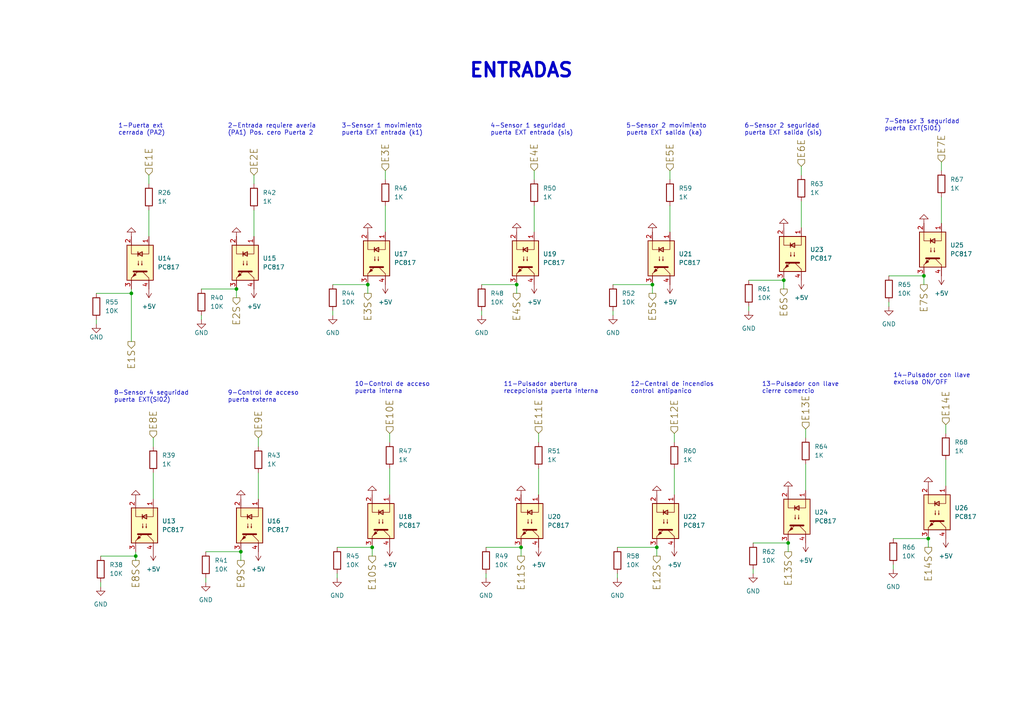
<source format=kicad_sch>
(kicad_sch (version 20211123) (generator eeschema)

  (uuid cab2dbba-11da-4129-b9e5-44502a3333c9)

  (paper "A4")

  (lib_symbols
    (symbol "Device:R" (pin_numbers hide) (pin_names (offset 0)) (in_bom yes) (on_board yes)
      (property "Reference" "R" (id 0) (at 2.032 0 90)
        (effects (font (size 1.27 1.27)))
      )
      (property "Value" "R" (id 1) (at 0 0 90)
        (effects (font (size 1.27 1.27)))
      )
      (property "Footprint" "" (id 2) (at -1.778 0 90)
        (effects (font (size 1.27 1.27)) hide)
      )
      (property "Datasheet" "~" (id 3) (at 0 0 0)
        (effects (font (size 1.27 1.27)) hide)
      )
      (property "ki_keywords" "R res resistor" (id 4) (at 0 0 0)
        (effects (font (size 1.27 1.27)) hide)
      )
      (property "ki_description" "Resistor" (id 5) (at 0 0 0)
        (effects (font (size 1.27 1.27)) hide)
      )
      (property "ki_fp_filters" "R_*" (id 6) (at 0 0 0)
        (effects (font (size 1.27 1.27)) hide)
      )
      (symbol "R_0_1"
        (rectangle (start -1.016 -2.54) (end 1.016 2.54)
          (stroke (width 0.254) (type default) (color 0 0 0 0))
          (fill (type none))
        )
      )
      (symbol "R_1_1"
        (pin passive line (at 0 3.81 270) (length 1.27)
          (name "~" (effects (font (size 1.27 1.27))))
          (number "1" (effects (font (size 1.27 1.27))))
        )
        (pin passive line (at 0 -3.81 90) (length 1.27)
          (name "~" (effects (font (size 1.27 1.27))))
          (number "2" (effects (font (size 1.27 1.27))))
        )
      )
    )
    (symbol "Isolator:PC817" (pin_names (offset 1.016)) (in_bom yes) (on_board yes)
      (property "Reference" "U" (id 0) (at -5.08 5.08 0)
        (effects (font (size 1.27 1.27)) (justify left))
      )
      (property "Value" "PC817" (id 1) (at 0 5.08 0)
        (effects (font (size 1.27 1.27)) (justify left))
      )
      (property "Footprint" "Package_DIP:DIP-4_W7.62mm" (id 2) (at -5.08 -5.08 0)
        (effects (font (size 1.27 1.27) italic) (justify left) hide)
      )
      (property "Datasheet" "http://www.soselectronic.cz/a_info/resource/d/pc817.pdf" (id 3) (at 0 0 0)
        (effects (font (size 1.27 1.27)) (justify left) hide)
      )
      (property "ki_keywords" "NPN DC Optocoupler" (id 4) (at 0 0 0)
        (effects (font (size 1.27 1.27)) hide)
      )
      (property "ki_description" "DC Optocoupler, Vce 35V, CTR 50-300%, DIP-4" (id 5) (at 0 0 0)
        (effects (font (size 1.27 1.27)) hide)
      )
      (property "ki_fp_filters" "DIP*W7.62mm*" (id 6) (at 0 0 0)
        (effects (font (size 1.27 1.27)) hide)
      )
      (symbol "PC817_0_1"
        (rectangle (start -5.08 3.81) (end 5.08 -3.81)
          (stroke (width 0.254) (type default) (color 0 0 0 0))
          (fill (type background))
        )
        (polyline
          (pts
            (xy -3.175 -0.635)
            (xy -1.905 -0.635)
          )
          (stroke (width 0.254) (type default) (color 0 0 0 0))
          (fill (type none))
        )
        (polyline
          (pts
            (xy 2.54 0.635)
            (xy 4.445 2.54)
          )
          (stroke (width 0) (type default) (color 0 0 0 0))
          (fill (type none))
        )
        (polyline
          (pts
            (xy 4.445 -2.54)
            (xy 2.54 -0.635)
          )
          (stroke (width 0) (type default) (color 0 0 0 0))
          (fill (type outline))
        )
        (polyline
          (pts
            (xy 4.445 -2.54)
            (xy 5.08 -2.54)
          )
          (stroke (width 0) (type default) (color 0 0 0 0))
          (fill (type none))
        )
        (polyline
          (pts
            (xy 4.445 2.54)
            (xy 5.08 2.54)
          )
          (stroke (width 0) (type default) (color 0 0 0 0))
          (fill (type none))
        )
        (polyline
          (pts
            (xy -5.08 2.54)
            (xy -2.54 2.54)
            (xy -2.54 -0.635)
          )
          (stroke (width 0) (type default) (color 0 0 0 0))
          (fill (type none))
        )
        (polyline
          (pts
            (xy -2.54 -0.635)
            (xy -2.54 -2.54)
            (xy -5.08 -2.54)
          )
          (stroke (width 0) (type default) (color 0 0 0 0))
          (fill (type none))
        )
        (polyline
          (pts
            (xy 2.54 1.905)
            (xy 2.54 -1.905)
            (xy 2.54 -1.905)
          )
          (stroke (width 0.508) (type default) (color 0 0 0 0))
          (fill (type none))
        )
        (polyline
          (pts
            (xy -2.54 -0.635)
            (xy -3.175 0.635)
            (xy -1.905 0.635)
            (xy -2.54 -0.635)
          )
          (stroke (width 0.254) (type default) (color 0 0 0 0))
          (fill (type none))
        )
        (polyline
          (pts
            (xy -0.508 -0.508)
            (xy 0.762 -0.508)
            (xy 0.381 -0.635)
            (xy 0.381 -0.381)
            (xy 0.762 -0.508)
          )
          (stroke (width 0) (type default) (color 0 0 0 0))
          (fill (type none))
        )
        (polyline
          (pts
            (xy -0.508 0.508)
            (xy 0.762 0.508)
            (xy 0.381 0.381)
            (xy 0.381 0.635)
            (xy 0.762 0.508)
          )
          (stroke (width 0) (type default) (color 0 0 0 0))
          (fill (type none))
        )
        (polyline
          (pts
            (xy 3.048 -1.651)
            (xy 3.556 -1.143)
            (xy 4.064 -2.159)
            (xy 3.048 -1.651)
            (xy 3.048 -1.651)
          )
          (stroke (width 0) (type default) (color 0 0 0 0))
          (fill (type outline))
        )
      )
      (symbol "PC817_1_1"
        (pin passive line (at -7.62 2.54 0) (length 2.54)
          (name "~" (effects (font (size 1.27 1.27))))
          (number "1" (effects (font (size 1.27 1.27))))
        )
        (pin passive line (at -7.62 -2.54 0) (length 2.54)
          (name "~" (effects (font (size 1.27 1.27))))
          (number "2" (effects (font (size 1.27 1.27))))
        )
        (pin passive line (at 7.62 -2.54 180) (length 2.54)
          (name "~" (effects (font (size 1.27 1.27))))
          (number "3" (effects (font (size 1.27 1.27))))
        )
        (pin passive line (at 7.62 2.54 180) (length 2.54)
          (name "~" (effects (font (size 1.27 1.27))))
          (number "4" (effects (font (size 1.27 1.27))))
        )
      )
    )
    (symbol "power:+5V" (power) (pin_names (offset 0)) (in_bom yes) (on_board yes)
      (property "Reference" "#PWR" (id 0) (at 0 -3.81 0)
        (effects (font (size 1.27 1.27)) hide)
      )
      (property "Value" "+5V" (id 1) (at 0 3.556 0)
        (effects (font (size 1.27 1.27)))
      )
      (property "Footprint" "" (id 2) (at 0 0 0)
        (effects (font (size 1.27 1.27)) hide)
      )
      (property "Datasheet" "" (id 3) (at 0 0 0)
        (effects (font (size 1.27 1.27)) hide)
      )
      (property "ki_keywords" "power-flag" (id 4) (at 0 0 0)
        (effects (font (size 1.27 1.27)) hide)
      )
      (property "ki_description" "Power symbol creates a global label with name \"+5V\"" (id 5) (at 0 0 0)
        (effects (font (size 1.27 1.27)) hide)
      )
      (symbol "+5V_0_1"
        (polyline
          (pts
            (xy -0.762 1.27)
            (xy 0 2.54)
          )
          (stroke (width 0) (type default) (color 0 0 0 0))
          (fill (type none))
        )
        (polyline
          (pts
            (xy 0 0)
            (xy 0 2.54)
          )
          (stroke (width 0) (type default) (color 0 0 0 0))
          (fill (type none))
        )
        (polyline
          (pts
            (xy 0 2.54)
            (xy 0.762 1.27)
          )
          (stroke (width 0) (type default) (color 0 0 0 0))
          (fill (type none))
        )
      )
      (symbol "+5V_1_1"
        (pin power_in line (at 0 0 90) (length 0) hide
          (name "+5V" (effects (font (size 1.27 1.27))))
          (number "1" (effects (font (size 1.27 1.27))))
        )
      )
    )
    (symbol "power:GND" (power) (pin_names (offset 0)) (in_bom yes) (on_board yes)
      (property "Reference" "#PWR" (id 0) (at 0 -6.35 0)
        (effects (font (size 1.27 1.27)) hide)
      )
      (property "Value" "GND" (id 1) (at 0 -3.81 0)
        (effects (font (size 1.27 1.27)))
      )
      (property "Footprint" "" (id 2) (at 0 0 0)
        (effects (font (size 1.27 1.27)) hide)
      )
      (property "Datasheet" "" (id 3) (at 0 0 0)
        (effects (font (size 1.27 1.27)) hide)
      )
      (property "ki_keywords" "power-flag" (id 4) (at 0 0 0)
        (effects (font (size 1.27 1.27)) hide)
      )
      (property "ki_description" "Power symbol creates a global label with name \"GND\" , ground" (id 5) (at 0 0 0)
        (effects (font (size 1.27 1.27)) hide)
      )
      (symbol "GND_0_1"
        (polyline
          (pts
            (xy 0 0)
            (xy 0 -1.27)
            (xy 1.27 -1.27)
            (xy 0 -2.54)
            (xy -1.27 -1.27)
            (xy 0 -1.27)
          )
          (stroke (width 0) (type default) (color 0 0 0 0))
          (fill (type none))
        )
      )
      (symbol "GND_1_1"
        (pin power_in line (at 0 0 270) (length 0) hide
          (name "GND" (effects (font (size 1.27 1.27))))
          (number "1" (effects (font (size 1.27 1.27))))
        )
      )
    )
  )

  (junction (at 269.24 156.21) (diameter 0) (color 0 0 0 0)
    (uuid 12b41e95-b625-45b0-a8af-6d206339bb56)
  )
  (junction (at 68.58 83.82) (diameter 0) (color 0 0 0 0)
    (uuid 1fe21326-db64-4e9f-b421-359896fb70b8)
  )
  (junction (at 228.6 157.48) (diameter 0) (color 0 0 0 0)
    (uuid 39dede3b-4153-445c-8c07-1bdea917c09c)
  )
  (junction (at 38.1 85.09) (diameter 0) (color 0 0 0 0)
    (uuid 51a9f115-88b0-4c64-9389-1de2b7be9dfa)
  )
  (junction (at 106.68 82.55) (diameter 0) (color 0 0 0 0)
    (uuid 525a7bba-e750-44ca-a0c9-5a4d5fb750c3)
  )
  (junction (at 227.33 81.28) (diameter 0) (color 0 0 0 0)
    (uuid 577ebc79-3692-4bbd-92fe-abb3a4f6fc79)
  )
  (junction (at 69.85 160.02) (diameter 0) (color 0 0 0 0)
    (uuid 5c47e30b-2806-4d64-afdf-f03fa7135407)
  )
  (junction (at 267.97 80.01) (diameter 0) (color 0 0 0 0)
    (uuid 948bdaa3-ec7c-4bab-a3c7-4426fe8c2c2a)
  )
  (junction (at 189.23 82.55) (diameter 0) (color 0 0 0 0)
    (uuid a94b0731-62e1-466d-84a6-32e52de5dc02)
  )
  (junction (at 39.37 161.29) (diameter 0) (color 0 0 0 0)
    (uuid b1a814de-8f04-480e-84c1-063dcc2bae89)
  )
  (junction (at 149.86 82.55) (diameter 0) (color 0 0 0 0)
    (uuid b66f3592-08d3-43cb-957c-aea8fb07949f)
  )
  (junction (at 190.5 158.75) (diameter 0) (color 0 0 0 0)
    (uuid dc6a29e9-cc32-41b2-9658-4c67c94cc7fc)
  )
  (junction (at 151.13 158.75) (diameter 0) (color 0 0 0 0)
    (uuid dd5d267a-6c00-4fb5-a826-7aa776824d1c)
  )
  (junction (at 107.95 158.75) (diameter 0) (color 0 0 0 0)
    (uuid e490d60c-4e89-4715-b69f-8a53c2181a42)
  )

  (wire (pts (xy 44.45 137.16) (xy 44.45 144.78))
    (stroke (width 0) (type default) (color 0 0 0 0))
    (uuid 01862308-e3c5-4299-bf47-ba888bdbdd7f)
  )
  (wire (pts (xy 232.41 58.42) (xy 232.41 66.04))
    (stroke (width 0) (type default) (color 0 0 0 0))
    (uuid 01d7ded4-7392-489b-9d77-8d29459fe681)
  )
  (wire (pts (xy 156.21 125.73) (xy 156.21 128.27))
    (stroke (width 0) (type default) (color 0 0 0 0))
    (uuid 06be9754-911e-4342-80c9-0cff1e4060c4)
  )
  (wire (pts (xy 68.58 83.82) (xy 68.58 86.36))
    (stroke (width 0) (type default) (color 0 0 0 0))
    (uuid 0b7848b1-036a-46be-85bb-3217f31c4739)
  )
  (wire (pts (xy 228.6 157.48) (xy 228.6 160.02))
    (stroke (width 0) (type default) (color 0 0 0 0))
    (uuid 0ccf40e7-ec2f-4026-9dc9-b469bbaf7beb)
  )
  (wire (pts (xy 194.31 49.53) (xy 194.31 52.07))
    (stroke (width 0) (type default) (color 0 0 0 0))
    (uuid 11380f7f-c387-44ae-b2fb-92abf27ab254)
  )
  (wire (pts (xy 139.7 90.17) (xy 139.7 91.44))
    (stroke (width 0) (type default) (color 0 0 0 0))
    (uuid 12e49282-40bc-4d38-9745-4ed85a2c25aa)
  )
  (wire (pts (xy 194.31 59.69) (xy 194.31 67.31))
    (stroke (width 0) (type default) (color 0 0 0 0))
    (uuid 1c106721-f495-4ae5-92af-e1e615d902aa)
  )
  (wire (pts (xy 151.13 158.75) (xy 151.13 161.29))
    (stroke (width 0) (type default) (color 0 0 0 0))
    (uuid 1fe60203-93b2-432a-9ec3-c9dd588b20ee)
  )
  (wire (pts (xy 29.21 161.29) (xy 39.37 161.29))
    (stroke (width 0) (type default) (color 0 0 0 0))
    (uuid 2161af1c-81a6-4a52-b619-eb1e77f4665f)
  )
  (wire (pts (xy 195.58 135.89) (xy 195.58 143.51))
    (stroke (width 0) (type default) (color 0 0 0 0))
    (uuid 22f5a6e3-aea3-47e3-881f-cc1466e8d1e6)
  )
  (wire (pts (xy 189.23 82.55) (xy 189.23 85.09))
    (stroke (width 0) (type default) (color 0 0 0 0))
    (uuid 2608c728-7b28-433d-8abd-03823193a4de)
  )
  (wire (pts (xy 44.45 127) (xy 44.45 129.54))
    (stroke (width 0) (type default) (color 0 0 0 0))
    (uuid 2e806aea-522e-40b0-8fd8-bb5584665178)
  )
  (wire (pts (xy 179.07 166.37) (xy 179.07 167.64))
    (stroke (width 0) (type default) (color 0 0 0 0))
    (uuid 2f2dce5b-8cc6-4c3c-b9b7-db2f7c7e547b)
  )
  (wire (pts (xy 39.37 161.29) (xy 39.37 162.56))
    (stroke (width 0) (type default) (color 0 0 0 0))
    (uuid 3270416f-b274-402e-86dc-ab122c677f23)
  )
  (wire (pts (xy 73.66 50.8) (xy 73.66 53.34))
    (stroke (width 0) (type default) (color 0 0 0 0))
    (uuid 3647c95f-26e8-48e3-b798-2e3ff7be7ff7)
  )
  (wire (pts (xy 140.97 158.75) (xy 151.13 158.75))
    (stroke (width 0) (type default) (color 0 0 0 0))
    (uuid 3a4f165b-018d-46fc-80f9-20785bc78fe3)
  )
  (wire (pts (xy 97.79 158.75) (xy 107.95 158.75))
    (stroke (width 0) (type default) (color 0 0 0 0))
    (uuid 3a6b08f8-3957-49ff-95d2-60eb0282b6b6)
  )
  (wire (pts (xy 217.17 81.28) (xy 227.33 81.28))
    (stroke (width 0) (type default) (color 0 0 0 0))
    (uuid 3e521ccd-e980-4bc5-8634-a73992ae497a)
  )
  (wire (pts (xy 58.42 83.82) (xy 68.58 83.82))
    (stroke (width 0) (type default) (color 0 0 0 0))
    (uuid 4293f8cb-cbd9-4910-adf4-5d96928e3f50)
  )
  (wire (pts (xy 274.32 133.35) (xy 274.32 140.97))
    (stroke (width 0) (type default) (color 0 0 0 0))
    (uuid 432a9eb5-9aa3-4013-94c6-3c5217c2e2ae)
  )
  (wire (pts (xy 149.86 82.55) (xy 149.86 85.09))
    (stroke (width 0) (type default) (color 0 0 0 0))
    (uuid 4b929b35-8f6a-4db9-bb1b-2895afc24e6b)
  )
  (wire (pts (xy 29.21 168.91) (xy 29.21 170.18))
    (stroke (width 0) (type default) (color 0 0 0 0))
    (uuid 4c066c62-0408-4065-b7b0-f3b38a232f68)
  )
  (wire (pts (xy 140.97 166.37) (xy 140.97 167.64))
    (stroke (width 0) (type default) (color 0 0 0 0))
    (uuid 52ab260c-5057-44de-9c64-1524012afa08)
  )
  (wire (pts (xy 74.93 127) (xy 74.93 129.54))
    (stroke (width 0) (type default) (color 0 0 0 0))
    (uuid 56c8a332-1684-4106-8369-b2a836aac309)
  )
  (wire (pts (xy 156.21 135.89) (xy 156.21 143.51))
    (stroke (width 0) (type default) (color 0 0 0 0))
    (uuid 5bad93ba-a6fa-4284-a909-e28d55d912bc)
  )
  (wire (pts (xy 227.33 81.28) (xy 227.33 83.82))
    (stroke (width 0) (type default) (color 0 0 0 0))
    (uuid 5d5f4c58-666c-4b1e-a410-dd241727ba18)
  )
  (wire (pts (xy 38.1 83.82) (xy 38.1 85.09))
    (stroke (width 0) (type default) (color 0 0 0 0))
    (uuid 5d6cacc2-c8cd-4a80-af62-a5b6e5db6306)
  )
  (wire (pts (xy 233.68 124.46) (xy 233.68 127))
    (stroke (width 0) (type default) (color 0 0 0 0))
    (uuid 60e8ce8a-1b62-4561-9da8-5d32b79f15ad)
  )
  (wire (pts (xy 43.18 60.96) (xy 43.18 68.58))
    (stroke (width 0) (type default) (color 0 0 0 0))
    (uuid 64637ee1-95dd-4faf-8dc7-f01e9f7ccfcc)
  )
  (wire (pts (xy 74.93 137.16) (xy 74.93 144.78))
    (stroke (width 0) (type default) (color 0 0 0 0))
    (uuid 649e61ff-0b8c-46c7-9ecf-63e1620fa082)
  )
  (wire (pts (xy 269.24 156.21) (xy 269.24 158.75))
    (stroke (width 0) (type default) (color 0 0 0 0))
    (uuid 6733e7d1-a2bd-44ba-9e45-4151a81dd158)
  )
  (wire (pts (xy 106.68 82.55) (xy 106.68 85.09))
    (stroke (width 0) (type default) (color 0 0 0 0))
    (uuid 6c3cfc1c-a148-4431-9625-5df96d9360d8)
  )
  (wire (pts (xy 38.1 85.09) (xy 38.1 99.06))
    (stroke (width 0) (type default) (color 0 0 0 0))
    (uuid 7074ebb5-9edc-4389-95d7-86a6b605e8ad)
  )
  (wire (pts (xy 96.52 82.55) (xy 106.68 82.55))
    (stroke (width 0) (type default) (color 0 0 0 0))
    (uuid 737b2610-2377-4b19-900d-b9d4a85da0a8)
  )
  (wire (pts (xy 154.94 49.53) (xy 154.94 52.07))
    (stroke (width 0) (type default) (color 0 0 0 0))
    (uuid 78cb52c3-bf2e-47c7-a7e8-d33540823215)
  )
  (wire (pts (xy 73.66 60.96) (xy 73.66 68.58))
    (stroke (width 0) (type default) (color 0 0 0 0))
    (uuid 7932c9dd-fc3f-43ce-8508-fd9cb4d5c81f)
  )
  (wire (pts (xy 27.94 92.71) (xy 27.94 93.98))
    (stroke (width 0) (type default) (color 0 0 0 0))
    (uuid 7eb67e12-92ef-482c-acc8-d767e0eb0045)
  )
  (wire (pts (xy 257.81 80.01) (xy 267.97 80.01))
    (stroke (width 0) (type default) (color 0 0 0 0))
    (uuid 7f78e038-c6b2-4d18-8bcc-abcc2f7237ae)
  )
  (wire (pts (xy 217.17 88.9) (xy 217.17 90.17))
    (stroke (width 0) (type default) (color 0 0 0 0))
    (uuid 8a53e9ef-1d95-4a55-9d38-7f9ded9019b9)
  )
  (wire (pts (xy 267.97 80.01) (xy 267.97 82.55))
    (stroke (width 0) (type default) (color 0 0 0 0))
    (uuid 8ad5890e-7577-401d-a0a4-26307f5b5562)
  )
  (wire (pts (xy 233.68 134.62) (xy 233.68 142.24))
    (stroke (width 0) (type default) (color 0 0 0 0))
    (uuid 8be899d2-d1bc-4214-a4b2-7d5b82fbe741)
  )
  (wire (pts (xy 113.03 125.73) (xy 113.03 128.27))
    (stroke (width 0) (type default) (color 0 0 0 0))
    (uuid 92d17025-f2ac-4d73-8fd8-32ccd4c76edc)
  )
  (wire (pts (xy 218.44 165.1) (xy 218.44 166.37))
    (stroke (width 0) (type default) (color 0 0 0 0))
    (uuid 96b26f4b-d29e-4680-b7e2-34d01c09dba0)
  )
  (wire (pts (xy 195.58 125.73) (xy 195.58 128.27))
    (stroke (width 0) (type default) (color 0 0 0 0))
    (uuid 96c861e9-bbf5-4d32-8ece-f709f1744afd)
  )
  (wire (pts (xy 96.52 90.17) (xy 96.52 91.44))
    (stroke (width 0) (type default) (color 0 0 0 0))
    (uuid 96f3093c-bf3f-48b7-a21d-5686d75c3b8e)
  )
  (wire (pts (xy 259.08 163.83) (xy 259.08 165.1))
    (stroke (width 0) (type default) (color 0 0 0 0))
    (uuid 991bad5d-1b18-4579-8a15-c39849aaacef)
  )
  (wire (pts (xy 177.8 90.17) (xy 177.8 91.44))
    (stroke (width 0) (type default) (color 0 0 0 0))
    (uuid 9937450e-edb9-4574-aec5-2fbc49a748f3)
  )
  (wire (pts (xy 59.69 160.02) (xy 69.85 160.02))
    (stroke (width 0) (type default) (color 0 0 0 0))
    (uuid 996efeca-97b8-4d63-86e2-bee2fa0065b6)
  )
  (wire (pts (xy 154.94 59.69) (xy 154.94 67.31))
    (stroke (width 0) (type default) (color 0 0 0 0))
    (uuid 9a02a3e1-1931-42b2-85ed-52120e20ece1)
  )
  (wire (pts (xy 257.81 87.63) (xy 257.81 88.9))
    (stroke (width 0) (type default) (color 0 0 0 0))
    (uuid 9c4928c4-491d-48ab-a9aa-66b8891bae7a)
  )
  (wire (pts (xy 58.42 91.44) (xy 58.42 92.71))
    (stroke (width 0) (type default) (color 0 0 0 0))
    (uuid 9cca70c9-6af9-4e07-8a57-6f312d9f4253)
  )
  (wire (pts (xy 97.79 166.37) (xy 97.79 167.64))
    (stroke (width 0) (type default) (color 0 0 0 0))
    (uuid 9ddd729b-bfb1-4f6d-bb43-e1d2dba08337)
  )
  (wire (pts (xy 107.95 158.75) (xy 107.95 161.29))
    (stroke (width 0) (type default) (color 0 0 0 0))
    (uuid b1baa746-6d50-49f3-b7ce-08c29035323c)
  )
  (wire (pts (xy 190.5 158.75) (xy 190.5 161.29))
    (stroke (width 0) (type default) (color 0 0 0 0))
    (uuid b318715d-87f2-48a8-a741-50658cbbfbbd)
  )
  (wire (pts (xy 39.37 160.02) (xy 39.37 161.29))
    (stroke (width 0) (type default) (color 0 0 0 0))
    (uuid b45a552e-6de0-4419-9fe2-bfda355bff8c)
  )
  (wire (pts (xy 273.05 57.15) (xy 273.05 64.77))
    (stroke (width 0) (type default) (color 0 0 0 0))
    (uuid b8468346-ad14-4b89-bb77-9125c799b052)
  )
  (wire (pts (xy 113.03 135.89) (xy 113.03 143.51))
    (stroke (width 0) (type default) (color 0 0 0 0))
    (uuid bd976ef5-ad71-4c5f-b1b1-7346d222dcfa)
  )
  (wire (pts (xy 111.76 59.69) (xy 111.76 67.31))
    (stroke (width 0) (type default) (color 0 0 0 0))
    (uuid c836a3c6-e847-43b4-8c4e-75039a3b285d)
  )
  (wire (pts (xy 179.07 158.75) (xy 190.5 158.75))
    (stroke (width 0) (type default) (color 0 0 0 0))
    (uuid c932291f-0b42-457e-950e-269c882e4b79)
  )
  (wire (pts (xy 274.32 123.19) (xy 274.32 125.73))
    (stroke (width 0) (type default) (color 0 0 0 0))
    (uuid ce05f343-4b39-4725-a0ae-5b31e8aef41f)
  )
  (wire (pts (xy 111.76 49.53) (xy 111.76 52.07))
    (stroke (width 0) (type default) (color 0 0 0 0))
    (uuid cf6e9123-11bc-4abc-8552-cab576d1eae4)
  )
  (wire (pts (xy 27.94 85.09) (xy 38.1 85.09))
    (stroke (width 0) (type default) (color 0 0 0 0))
    (uuid d84fd24c-bfda-4172-94e5-b20d41cdf4aa)
  )
  (wire (pts (xy 232.41 48.26) (xy 232.41 50.8))
    (stroke (width 0) (type default) (color 0 0 0 0))
    (uuid db0ff006-c0d4-4639-9925-1d7aad1f017e)
  )
  (wire (pts (xy 59.69 167.64) (xy 59.69 168.91))
    (stroke (width 0) (type default) (color 0 0 0 0))
    (uuid e0d63509-2ad7-4a0b-a666-7feca39aed35)
  )
  (wire (pts (xy 69.85 160.02) (xy 69.85 162.56))
    (stroke (width 0) (type default) (color 0 0 0 0))
    (uuid e2b3139a-e2ac-4215-92fd-8cef98eae9e7)
  )
  (wire (pts (xy 43.18 50.8) (xy 43.18 53.34))
    (stroke (width 0) (type default) (color 0 0 0 0))
    (uuid e5799701-05ad-4bc1-b957-baa6ca858783)
  )
  (wire (pts (xy 139.7 82.55) (xy 149.86 82.55))
    (stroke (width 0) (type default) (color 0 0 0 0))
    (uuid e715c6d4-841f-4427-81b7-7b263f368d08)
  )
  (wire (pts (xy 273.05 46.99) (xy 273.05 49.53))
    (stroke (width 0) (type default) (color 0 0 0 0))
    (uuid e9a401ae-5a31-415e-b0d1-075c00cde490)
  )
  (wire (pts (xy 259.08 156.21) (xy 269.24 156.21))
    (stroke (width 0) (type default) (color 0 0 0 0))
    (uuid f2914a09-6ad4-417f-8ad0-2c5e6bd04c6f)
  )
  (wire (pts (xy 177.8 82.55) (xy 189.23 82.55))
    (stroke (width 0) (type default) (color 0 0 0 0))
    (uuid fae9157f-ba80-4e6a-a138-47028a5f7d7b)
  )
  (wire (pts (xy 218.44 157.48) (xy 228.6 157.48))
    (stroke (width 0) (type default) (color 0 0 0 0))
    (uuid fb243b3b-5b02-4d9c-83ad-c1dcb5efed81)
  )

  (text "4-Sensor 1 seguridad\npuerta EXT entrada (sis)" (at 142.24 39.37 0)
    (effects (font (size 1.27 1.27)) (justify left bottom))
    (uuid 0dad22de-b632-4e64-9f81-d7035511209c)
  )
  (text "11-Pulsador abertura \nrecepcionista puerta interna\n"
    (at 146.05 114.3 0)
    (effects (font (size 1.27 1.27)) (justify left bottom))
    (uuid 2bf1ba69-2134-45df-900f-f808e8d53643)
  )
  (text "9-Control de acceso\npuerta externa\n" (at 66.04 116.84 0)
    (effects (font (size 1.27 1.27)) (justify left bottom))
    (uuid 31a70ff8-105f-4f71-8257-a44635d8627f)
  )
  (text "14-Pulsador con llave \nexclusa ON/OFF" (at 259.08 111.76 0)
    (effects (font (size 1.27 1.27)) (justify left bottom))
    (uuid 4cc7092a-ec45-4bf3-b4bf-3fdb75166cec)
  )
  (text "3-Sensor 1 movimiento\npuerta EXT entrada (k1)" (at 99.06 39.37 0)
    (effects (font (size 1.27 1.27)) (justify left bottom))
    (uuid 66e98781-b907-4fcc-a1ea-d1d9a3bd1e82)
  )
  (text "1-Puerta ext \ncerrada (PA2)" (at 34.29 39.37 0)
    (effects (font (size 1.27 1.27)) (justify left bottom))
    (uuid 6bca3632-edc5-4f04-8ed6-5af858be6660)
  )
  (text "12-Central de incendios\ncontrol antipanico\n" (at 182.88 114.3 0)
    (effects (font (size 1.27 1.27)) (justify left bottom))
    (uuid 6c0ab2e8-c914-41ce-99a8-6660f471791e)
  )
  (text "13-Pulsador con llave \ncierre comercio\n" (at 220.98 114.3 0)
    (effects (font (size 1.27 1.27)) (justify left bottom))
    (uuid 90a003f0-edce-4876-b838-d4ce11ffd018)
  )
  (text "8-Sensor 4 seguridad\npuerta EXT(SI02)" (at 33.02 116.84 0)
    (effects (font (size 1.27 1.27)) (justify left bottom))
    (uuid b103730f-43fb-4b76-988a-528ba4ab50d9)
  )
  (text "7-Sensor 3 seguridad\npuerta EXT(SI01)" (at 256.54 38.1 0)
    (effects (font (size 1.27 1.27)) (justify left bottom))
    (uuid c100c78d-d034-447f-99e0-bfe6454c4e18)
  )
  (text "6-Sensor 2 seguridad\npuerta EXT salida (sis)" (at 215.9 39.37 0)
    (effects (font (size 1.27 1.27)) (justify left bottom))
    (uuid cdfdf5c0-31e0-4744-8522-7692ae822f8c)
  )
  (text "ENTRADAS" (at 135.89 22.86 0)
    (effects (font (size 4 4) (thickness 0.8) bold) (justify left bottom))
    (uuid cfa9b583-914d-47cf-837f-089c63bc2389)
  )
  (text "2-Entrada requiere averia\n(PA1) Pos. cero Puerta 2"
    (at 66.04 39.37 0)
    (effects (font (size 1.27 1.27)) (justify left bottom))
    (uuid d7fd3523-5c7e-4d35-aa9a-1f3427f9a454)
  )
  (text "10-Control de acceso\npuerta interna\n" (at 102.87 114.3 0)
    (effects (font (size 1.27 1.27)) (justify left bottom))
    (uuid f44e6846-c0b9-4ca9-bd61-e9d660fe590f)
  )
  (text "5-Sensor 2 movimiento\npuerta EXT salida (ka)" (at 181.61 39.37 0)
    (effects (font (size 1.27 1.27)) (justify left bottom))
    (uuid ffe9d276-0972-43c0-9353-87fcd3aeed8a)
  )

  (hierarchical_label "E8E" (shape input) (at 44.45 127 90)
    (effects (font (size 2 2)) (justify left))
    (uuid 024148c6-2454-4f12-a142-50dfe24b54f0)
  )
  (hierarchical_label "E12S" (shape output) (at 190.5 161.29 270)
    (effects (font (size 2 2)) (justify right))
    (uuid 0d6c9004-087f-4638-9faa-a92202b5faf4)
  )
  (hierarchical_label "E2S" (shape output) (at 68.58 86.36 270)
    (effects (font (size 2 2)) (justify right))
    (uuid 2b0b6058-d532-441d-afea-522070691a04)
  )
  (hierarchical_label "E14E" (shape input) (at 274.32 123.19 90)
    (effects (font (size 2 2)) (justify left))
    (uuid 2c87d9e3-3712-4bf0-91f0-11bbb3ad4153)
  )
  (hierarchical_label "E13S" (shape output) (at 228.6 160.02 270)
    (effects (font (size 2 2)) (justify right))
    (uuid 308dd1a6-8555-4e91-b600-a72281bdc14e)
  )
  (hierarchical_label "E7S" (shape output) (at 267.97 82.55 270)
    (effects (font (size 2 2)) (justify right))
    (uuid 34fb7b32-82ff-40af-b5e4-82cbfcc78668)
  )
  (hierarchical_label "E1S" (shape output) (at 38.1 99.06 270)
    (effects (font (size 2 2)) (justify right))
    (uuid 3662a47f-0330-4260-acb7-8733dd331e2a)
  )
  (hierarchical_label "E5S" (shape output) (at 189.23 85.09 270)
    (effects (font (size 2 2)) (justify right))
    (uuid 3a53ccf5-efba-4368-b45c-4196fb0be476)
  )
  (hierarchical_label "E4S" (shape output) (at 149.86 85.09 270)
    (effects (font (size 2 2)) (justify right))
    (uuid 526ae927-4a41-44e5-b1a6-5a6d2ac6031f)
  )
  (hierarchical_label "E13E" (shape input) (at 233.68 124.46 90)
    (effects (font (size 2 2)) (justify left))
    (uuid 870bca46-c363-49b8-b837-74a6428a83e1)
  )
  (hierarchical_label "E8S" (shape output) (at 39.37 162.56 270)
    (effects (font (size 2 2)) (justify right))
    (uuid 8c98f27d-5ab9-4806-b73d-2bb15d615ac5)
  )
  (hierarchical_label "E6S" (shape output) (at 227.33 83.82 270)
    (effects (font (size 2 2)) (justify right))
    (uuid 962cf22f-bb01-4026-9962-d092f0c915b2)
  )
  (hierarchical_label "E14S" (shape output) (at 269.24 158.75 270)
    (effects (font (size 2 2)) (justify right))
    (uuid 9a87f7ef-9b2a-48fd-a938-c8c39b964f30)
  )
  (hierarchical_label "E7E" (shape input) (at 273.05 46.99 90)
    (effects (font (size 2 2)) (justify left))
    (uuid 9e707758-e1fc-4475-b4fd-7d0f0654f2fc)
  )
  (hierarchical_label "E9E" (shape input) (at 74.93 127 90)
    (effects (font (size 2 2)) (justify left))
    (uuid b0e9afe5-d0a5-458d-8e93-a19cbac62dcd)
  )
  (hierarchical_label "E11S" (shape output) (at 151.13 161.29 270)
    (effects (font (size 2 2)) (justify right))
    (uuid b831b702-1d12-4e4c-b66a-53013fed30bd)
  )
  (hierarchical_label "E5E" (shape input) (at 194.31 49.53 90)
    (effects (font (size 2 2)) (justify left))
    (uuid c37cbe33-4b26-465f-ab18-ae23a4b89c9f)
  )
  (hierarchical_label "E3E" (shape input) (at 111.76 49.53 90)
    (effects (font (size 2 2)) (justify left))
    (uuid c63d6ae3-558d-49a7-9c2b-1e9ec50e4367)
  )
  (hierarchical_label "E2E" (shape input) (at 73.66 50.8 90)
    (effects (font (size 2 2)) (justify left))
    (uuid c9c3078a-22b0-459e-b842-1a0f619e1ca2)
  )
  (hierarchical_label "E3S" (shape output) (at 106.68 85.09 270)
    (effects (font (size 2 2)) (justify right))
    (uuid ce66d741-9001-4e33-945f-7fb6301b9aeb)
  )
  (hierarchical_label "E10E" (shape input) (at 113.03 125.73 90)
    (effects (font (size 2 2)) (justify left))
    (uuid e760e149-d902-4baa-ae82-f91f12638683)
  )
  (hierarchical_label "E11E" (shape input) (at 156.21 125.73 90)
    (effects (font (size 2 2)) (justify left))
    (uuid edf254f8-eab9-4621-bb9c-5b78abf90a4d)
  )
  (hierarchical_label "E6E" (shape input) (at 232.41 48.26 90)
    (effects (font (size 2 2)) (justify left))
    (uuid f061907e-d8e8-456a-85fe-2a4303bb7765)
  )
  (hierarchical_label "E1E" (shape input) (at 43.18 50.8 90)
    (effects (font (size 2 2)) (justify left))
    (uuid f14cedd9-acab-449b-ab20-a5e62cac4976)
  )
  (hierarchical_label "E9S" (shape output) (at 69.85 162.56 270)
    (effects (font (size 2 2)) (justify right))
    (uuid f6c722bd-7927-431a-9eff-04190584d09a)
  )
  (hierarchical_label "E12E" (shape input) (at 195.58 125.73 90)
    (effects (font (size 2 2)) (justify left))
    (uuid f8db73ee-fef7-475a-9b49-949927a849af)
  )
  (hierarchical_label "E10S" (shape output) (at 107.95 161.29 270)
    (effects (font (size 2 2)) (justify right))
    (uuid fa8ff072-1004-4de1-8298-60da06c9f407)
  )
  (hierarchical_label "E4E" (shape input) (at 154.94 49.53 90)
    (effects (font (size 2 2)) (justify left))
    (uuid fbf19e77-0e82-44bf-b1f6-59bb71fe1335)
  )

  (symbol (lib_id "power:+5V") (at 74.93 160.02 180) (unit 1)
    (in_bom yes) (on_board yes) (fields_autoplaced)
    (uuid 03186bbf-ed83-42ed-9205-df572da74336)
    (property "Reference" "#PWR050" (id 0) (at 74.93 156.21 0)
      (effects (font (size 1.27 1.27)) hide)
    )
    (property "Value" "+5V" (id 1) (at 74.93 165.1 0))
    (property "Footprint" "" (id 2) (at 74.93 160.02 0)
      (effects (font (size 1.27 1.27)) hide)
    )
    (property "Datasheet" "" (id 3) (at 74.93 160.02 0)
      (effects (font (size 1.27 1.27)) hide)
    )
    (pin "1" (uuid e23ce557-a44c-4b33-b8c8-a5a19c538936))
  )

  (symbol (lib_id "Device:R") (at 113.03 132.08 180) (unit 1)
    (in_bom yes) (on_board yes) (fields_autoplaced)
    (uuid 05007eb8-46df-4396-86e5-b396eca47975)
    (property "Reference" "R47" (id 0) (at 115.57 130.8099 0)
      (effects (font (size 1.27 1.27)) (justify right))
    )
    (property "Value" "1K" (id 1) (at 115.57 133.3499 0)
      (effects (font (size 1.27 1.27)) (justify right))
    )
    (property "Footprint" "Resistor_SMD:R_0805_2012Metric_Pad1.20x1.40mm_HandSolder" (id 2) (at 114.808 132.08 90)
      (effects (font (size 1.27 1.27)) hide)
    )
    (property "Datasheet" "~" (id 3) (at 113.03 132.08 0)
      (effects (font (size 1.27 1.27)) hide)
    )
    (pin "1" (uuid 0c85f474-b5dc-4e80-84e7-885844765af3))
    (pin "2" (uuid 9492300c-c2c1-45e8-8769-852086ab7264))
  )

  (symbol (lib_id "power:GND") (at 217.17 90.17 0) (unit 1)
    (in_bom yes) (on_board yes) (fields_autoplaced)
    (uuid 05632efc-3713-4782-84ad-cf60315dd8f8)
    (property "Reference" "#PWR069" (id 0) (at 217.17 96.52 0)
      (effects (font (size 1.27 1.27)) hide)
    )
    (property "Value" "GND" (id 1) (at 217.17 95.25 0))
    (property "Footprint" "" (id 2) (at 217.17 90.17 0)
      (effects (font (size 1.27 1.27)) hide)
    )
    (property "Datasheet" "" (id 3) (at 217.17 90.17 0)
      (effects (font (size 1.27 1.27)) hide)
    )
    (pin "1" (uuid fb7320fd-1007-4e14-9aa8-ba3b6e59fb23))
  )

  (symbol (lib_id "Device:R") (at 257.81 83.82 0) (unit 1)
    (in_bom yes) (on_board yes) (fields_autoplaced)
    (uuid 05d3ee6a-7ea3-4184-b260-84c6bfa402ec)
    (property "Reference" "R65" (id 0) (at 260.35 82.5499 0)
      (effects (font (size 1.27 1.27)) (justify left))
    )
    (property "Value" "10K" (id 1) (at 260.35 85.0899 0)
      (effects (font (size 1.27 1.27)) (justify left))
    )
    (property "Footprint" "Resistor_SMD:R_0805_2012Metric_Pad1.20x1.40mm_HandSolder" (id 2) (at 256.032 83.82 90)
      (effects (font (size 1.27 1.27)) hide)
    )
    (property "Datasheet" "~" (id 3) (at 257.81 83.82 0)
      (effects (font (size 1.27 1.27)) hide)
    )
    (pin "1" (uuid d5a148a5-cb62-4734-9cad-58af52b40e7d))
    (pin "2" (uuid b6f72a9e-861e-44c4-aaed-be4fb8e4e624))
  )

  (symbol (lib_id "Device:R") (at 273.05 53.34 180) (unit 1)
    (in_bom yes) (on_board yes) (fields_autoplaced)
    (uuid 06cf4a06-7f5f-4ad6-b9d7-ec2124e689f7)
    (property "Reference" "R67" (id 0) (at 275.59 52.0699 0)
      (effects (font (size 1.27 1.27)) (justify right))
    )
    (property "Value" "1K" (id 1) (at 275.59 54.6099 0)
      (effects (font (size 1.27 1.27)) (justify right))
    )
    (property "Footprint" "Resistor_SMD:R_0805_2012Metric_Pad1.20x1.40mm_HandSolder" (id 2) (at 274.828 53.34 90)
      (effects (font (size 1.27 1.27)) hide)
    )
    (property "Datasheet" "~" (id 3) (at 273.05 53.34 0)
      (effects (font (size 1.27 1.27)) hide)
    )
    (pin "1" (uuid 2ff68a05-6916-4386-b362-ce40dead7969))
    (pin "2" (uuid 705e9de3-1093-466e-94fe-b0c0ee1dc6dc))
  )

  (symbol (lib_id "Isolator:PC817") (at 191.77 74.93 270) (unit 1)
    (in_bom yes) (on_board yes)
    (uuid 0a6f5b51-a04c-488a-83e8-559686f1241f)
    (property "Reference" "U21" (id 0) (at 196.85 73.66 90)
      (effects (font (size 1.27 1.27)) (justify left))
    )
    (property "Value" "PC817" (id 1) (at 196.85 76.2 90)
      (effects (font (size 1.27 1.27)) (justify left))
    )
    (property "Footprint" "Package_DIP:DIP-4_W7.62mm" (id 2) (at 186.69 69.85 0)
      (effects (font (size 1.27 1.27) italic) (justify left) hide)
    )
    (property "Datasheet" "http://www.soselectronic.cz/a_info/resource/d/pc817.pdf" (id 3) (at 191.77 74.93 0)
      (effects (font (size 1.27 1.27)) (justify left) hide)
    )
    (pin "1" (uuid f4c8fae6-fb0c-47ac-9bf6-c83c46059277))
    (pin "2" (uuid 1ab681ea-1dbb-4867-8e2c-11acf040f704))
    (pin "3" (uuid f4f4ef32-7811-458c-a034-9ba278900283))
    (pin "4" (uuid 7ee5b3b9-c62f-4c98-a343-04a8d3447ad7))
  )

  (symbol (lib_id "power:GND") (at 139.7 91.44 0) (unit 1)
    (in_bom yes) (on_board yes) (fields_autoplaced)
    (uuid 0be675f4-0276-4193-97cd-be54d2952a81)
    (property "Reference" "#PWR057" (id 0) (at 139.7 97.79 0)
      (effects (font (size 1.27 1.27)) hide)
    )
    (property "Value" "GND" (id 1) (at 139.7 96.52 0))
    (property "Footprint" "" (id 2) (at 139.7 91.44 0)
      (effects (font (size 1.27 1.27)) hide)
    )
    (property "Datasheet" "" (id 3) (at 139.7 91.44 0)
      (effects (font (size 1.27 1.27)) hide)
    )
    (pin "1" (uuid 55e0d30e-a487-4028-a778-957565529f60))
  )

  (symbol (lib_id "power:GND") (at 257.81 88.9 0) (unit 1)
    (in_bom yes) (on_board yes) (fields_autoplaced)
    (uuid 0d00b821-b983-466a-9209-d039ff33bfae)
    (property "Reference" "#PWR075" (id 0) (at 257.81 95.25 0)
      (effects (font (size 1.27 1.27)) hide)
    )
    (property "Value" "GND" (id 1) (at 257.81 93.98 0))
    (property "Footprint" "" (id 2) (at 257.81 88.9 0)
      (effects (font (size 1.27 1.27)) hide)
    )
    (property "Datasheet" "" (id 3) (at 257.81 88.9 0)
      (effects (font (size 1.27 1.27)) hide)
    )
    (pin "1" (uuid c3e0b1b4-e1fc-4a91-ae67-c600bff72bc4))
  )

  (symbol (lib_id "power:GND") (at 68.58 68.58 180) (unit 1)
    (in_bom yes) (on_board yes) (fields_autoplaced)
    (uuid 0d24ce12-89e1-41f4-9fc8-905563bfe81f)
    (property "Reference" "#PWR047" (id 0) (at 68.58 62.23 0)
      (effects (font (size 1.27 1.27)) hide)
    )
    (property "Value" "GND" (id 1) (at 71.12 67.3099 0)
      (effects (font (size 1.27 1.27)) (justify right) hide)
    )
    (property "Footprint" "" (id 2) (at 68.58 68.58 0)
      (effects (font (size 1.27 1.27)) hide)
    )
    (property "Datasheet" "" (id 3) (at 68.58 68.58 0)
      (effects (font (size 1.27 1.27)) hide)
    )
    (pin "1" (uuid 8e7c50ad-bf8c-4623-94c5-4cf01953ecd9))
  )

  (symbol (lib_id "Device:R") (at 58.42 87.63 0) (unit 1)
    (in_bom yes) (on_board yes) (fields_autoplaced)
    (uuid 0f6629e9-a7f2-4063-9468-5caaa038cfe9)
    (property "Reference" "R40" (id 0) (at 60.96 86.3599 0)
      (effects (font (size 1.27 1.27)) (justify left))
    )
    (property "Value" "10K" (id 1) (at 60.96 88.8999 0)
      (effects (font (size 1.27 1.27)) (justify left))
    )
    (property "Footprint" "Resistor_SMD:R_0805_2012Metric_Pad1.20x1.40mm_HandSolder" (id 2) (at 56.642 87.63 90)
      (effects (font (size 1.27 1.27)) hide)
    )
    (property "Datasheet" "~" (id 3) (at 58.42 87.63 0)
      (effects (font (size 1.27 1.27)) hide)
    )
    (pin "1" (uuid b814c77a-ccab-44a2-a55b-71b4993e690c))
    (pin "2" (uuid b7553882-85fc-4619-980f-e7b22b8892ae))
  )

  (symbol (lib_id "Device:R") (at 73.66 57.15 180) (unit 1)
    (in_bom yes) (on_board yes) (fields_autoplaced)
    (uuid 18fff604-4ec0-4bcc-87a8-b4147a4d6153)
    (property "Reference" "R42" (id 0) (at 76.2 55.8799 0)
      (effects (font (size 1.27 1.27)) (justify right))
    )
    (property "Value" "1K" (id 1) (at 76.2 58.4199 0)
      (effects (font (size 1.27 1.27)) (justify right))
    )
    (property "Footprint" "Resistor_SMD:R_0805_2012Metric_Pad1.20x1.40mm_HandSolder" (id 2) (at 75.438 57.15 90)
      (effects (font (size 1.27 1.27)) hide)
    )
    (property "Datasheet" "~" (id 3) (at 73.66 57.15 0)
      (effects (font (size 1.27 1.27)) hide)
    )
    (pin "1" (uuid a15d9207-2afb-498e-90fc-02c6a3fee1f4))
    (pin "2" (uuid aaf8c620-f147-44c7-9c95-9569977a4d4e))
  )

  (symbol (lib_id "Isolator:PC817") (at 271.78 148.59 270) (unit 1)
    (in_bom yes) (on_board yes)
    (uuid 1959cf54-08f4-44c2-99d5-9b0cc3adef53)
    (property "Reference" "U26" (id 0) (at 276.86 147.32 90)
      (effects (font (size 1.27 1.27)) (justify left))
    )
    (property "Value" "PC817" (id 1) (at 276.86 149.86 90)
      (effects (font (size 1.27 1.27)) (justify left))
    )
    (property "Footprint" "Package_DIP:DIP-4_W7.62mm" (id 2) (at 266.7 143.51 0)
      (effects (font (size 1.27 1.27) italic) (justify left) hide)
    )
    (property "Datasheet" "http://www.soselectronic.cz/a_info/resource/d/pc817.pdf" (id 3) (at 271.78 148.59 0)
      (effects (font (size 1.27 1.27)) (justify left) hide)
    )
    (pin "1" (uuid 79adaed0-cc7a-49c9-b504-491b46b1362b))
    (pin "2" (uuid e2c7cf05-a4ee-4fd5-b967-73d6fe85cd07))
    (pin "3" (uuid d33ca73e-48ff-4218-9fb4-c62676f00fba))
    (pin "4" (uuid 78044926-66d9-457b-af7c-dd27b4ef4c57))
  )

  (symbol (lib_id "Isolator:PC817") (at 270.51 72.39 270) (unit 1)
    (in_bom yes) (on_board yes)
    (uuid 1aacc870-56d6-42cc-8b4e-fc581ca57379)
    (property "Reference" "U25" (id 0) (at 275.59 71.12 90)
      (effects (font (size 1.27 1.27)) (justify left))
    )
    (property "Value" "PC817" (id 1) (at 275.59 73.66 90)
      (effects (font (size 1.27 1.27)) (justify left))
    )
    (property "Footprint" "Package_DIP:DIP-4_W7.62mm" (id 2) (at 265.43 67.31 0)
      (effects (font (size 1.27 1.27) italic) (justify left) hide)
    )
    (property "Datasheet" "http://www.soselectronic.cz/a_info/resource/d/pc817.pdf" (id 3) (at 270.51 72.39 0)
      (effects (font (size 1.27 1.27)) (justify left) hide)
    )
    (pin "1" (uuid 9614c217-c7ba-4756-9d80-dcacaf39039c))
    (pin "2" (uuid 3f05217b-c963-4055-8593-8874e5659d78))
    (pin "3" (uuid df311ffa-6208-4fe4-84f0-b4929e423475))
    (pin "4" (uuid 85ae6d1f-c885-45d2-87d2-daa9ac48a8b0))
  )

  (symbol (lib_id "power:GND") (at 106.68 67.31 180) (unit 1)
    (in_bom yes) (on_board yes) (fields_autoplaced)
    (uuid 1b3859be-da6d-4035-99ab-8d379661cd0e)
    (property "Reference" "#PWR053" (id 0) (at 106.68 60.96 0)
      (effects (font (size 1.27 1.27)) hide)
    )
    (property "Value" "GND" (id 1) (at 109.22 66.0399 0)
      (effects (font (size 1.27 1.27)) (justify right) hide)
    )
    (property "Footprint" "" (id 2) (at 106.68 67.31 0)
      (effects (font (size 1.27 1.27)) hide)
    )
    (property "Datasheet" "" (id 3) (at 106.68 67.31 0)
      (effects (font (size 1.27 1.27)) hide)
    )
    (pin "1" (uuid 0cce57ce-98e1-45fc-ac60-ff825924719b))
  )

  (symbol (lib_id "power:GND") (at 58.42 92.71 0) (unit 1)
    (in_bom yes) (on_board yes)
    (uuid 26e22f09-69b8-4e61-b3da-19cec73d7e0d)
    (property "Reference" "#PWR045" (id 0) (at 58.42 99.06 0)
      (effects (font (size 1.27 1.27)) hide)
    )
    (property "Value" "GND" (id 1) (at 58.42 96.52 0))
    (property "Footprint" "" (id 2) (at 58.42 92.71 0)
      (effects (font (size 1.27 1.27)) hide)
    )
    (property "Datasheet" "" (id 3) (at 58.42 92.71 0)
      (effects (font (size 1.27 1.27)) hide)
    )
    (pin "1" (uuid 34494e37-95a9-49db-a408-ec0e2f57adc2))
  )

  (symbol (lib_id "Device:R") (at 274.32 129.54 180) (unit 1)
    (in_bom yes) (on_board yes) (fields_autoplaced)
    (uuid 2ad6ffad-976f-4e3d-b307-1d32804fcc9d)
    (property "Reference" "R68" (id 0) (at 276.86 128.2699 0)
      (effects (font (size 1.27 1.27)) (justify right))
    )
    (property "Value" "1K" (id 1) (at 276.86 130.8099 0)
      (effects (font (size 1.27 1.27)) (justify right))
    )
    (property "Footprint" "Resistor_SMD:R_0805_2012Metric_Pad1.20x1.40mm_HandSolder" (id 2) (at 276.098 129.54 90)
      (effects (font (size 1.27 1.27)) hide)
    )
    (property "Datasheet" "~" (id 3) (at 274.32 129.54 0)
      (effects (font (size 1.27 1.27)) hide)
    )
    (pin "1" (uuid 31a85e91-b5b4-40a2-a93f-dcb74a62ce9e))
    (pin "2" (uuid b8490912-8da5-4c3d-8435-580994826381))
  )

  (symbol (lib_id "Device:R") (at 59.69 163.83 0) (unit 1)
    (in_bom yes) (on_board yes) (fields_autoplaced)
    (uuid 2ba7c157-8fe0-4f73-8bfa-cfa57e58fbbb)
    (property "Reference" "R41" (id 0) (at 62.23 162.5599 0)
      (effects (font (size 1.27 1.27)) (justify left))
    )
    (property "Value" "10K" (id 1) (at 62.23 165.0999 0)
      (effects (font (size 1.27 1.27)) (justify left))
    )
    (property "Footprint" "Resistor_SMD:R_0805_2012Metric_Pad1.20x1.40mm_HandSolder" (id 2) (at 57.912 163.83 90)
      (effects (font (size 1.27 1.27)) hide)
    )
    (property "Datasheet" "~" (id 3) (at 59.69 163.83 0)
      (effects (font (size 1.27 1.27)) hide)
    )
    (pin "1" (uuid 50d6ae52-23ac-42a3-ba6a-7be8918accb5))
    (pin "2" (uuid be95713c-a792-473d-8e55-35eb9b183980))
  )

  (symbol (lib_id "Device:R") (at 27.94 88.9 0) (unit 1)
    (in_bom yes) (on_board yes) (fields_autoplaced)
    (uuid 2e70cfa5-034e-454b-8df3-2a8405d8f70a)
    (property "Reference" "R55" (id 0) (at 30.48 87.6299 0)
      (effects (font (size 1.27 1.27)) (justify left))
    )
    (property "Value" "10K" (id 1) (at 30.48 90.1699 0)
      (effects (font (size 1.27 1.27)) (justify left))
    )
    (property "Footprint" "Resistor_SMD:R_0805_2012Metric_Pad1.20x1.40mm_HandSolder" (id 2) (at 26.162 88.9 90)
      (effects (font (size 1.27 1.27)) hide)
    )
    (property "Datasheet" "~" (id 3) (at 27.94 88.9 0)
      (effects (font (size 1.27 1.27)) hide)
    )
    (pin "1" (uuid ad406e84-45e6-441b-9820-55f2cf198f25))
    (pin "2" (uuid 623c3d61-ecc5-49d6-aaf6-fdf5804af4b0))
  )

  (symbol (lib_id "power:+5V") (at 113.03 158.75 180) (unit 1)
    (in_bom yes) (on_board yes) (fields_autoplaced)
    (uuid 2f23f2e3-6a01-420e-8448-9a04aac12f2d)
    (property "Reference" "#PWR056" (id 0) (at 113.03 154.94 0)
      (effects (font (size 1.27 1.27)) hide)
    )
    (property "Value" "+5V" (id 1) (at 113.03 163.83 0))
    (property "Footprint" "" (id 2) (at 113.03 158.75 0)
      (effects (font (size 1.27 1.27)) hide)
    )
    (property "Datasheet" "" (id 3) (at 113.03 158.75 0)
      (effects (font (size 1.27 1.27)) hide)
    )
    (pin "1" (uuid ce2d8bb0-48db-4225-afaf-382a3dc28092))
  )

  (symbol (lib_id "power:GND") (at 29.21 170.18 0) (unit 1)
    (in_bom yes) (on_board yes) (fields_autoplaced)
    (uuid 30d546ec-25ca-4b52-aaa9-40b079782641)
    (property "Reference" "#PWR039" (id 0) (at 29.21 176.53 0)
      (effects (font (size 1.27 1.27)) hide)
    )
    (property "Value" "GND" (id 1) (at 29.21 175.26 0))
    (property "Footprint" "" (id 2) (at 29.21 170.18 0)
      (effects (font (size 1.27 1.27)) hide)
    )
    (property "Datasheet" "" (id 3) (at 29.21 170.18 0)
      (effects (font (size 1.27 1.27)) hide)
    )
    (pin "1" (uuid 494d8353-382c-4066-9e78-e319d3aa9605))
  )

  (symbol (lib_id "Device:R") (at 194.31 55.88 180) (unit 1)
    (in_bom yes) (on_board yes) (fields_autoplaced)
    (uuid 31e25a67-1534-4cac-b504-ebaeb9f059c3)
    (property "Reference" "R59" (id 0) (at 196.85 54.6099 0)
      (effects (font (size 1.27 1.27)) (justify right))
    )
    (property "Value" "1K" (id 1) (at 196.85 57.1499 0)
      (effects (font (size 1.27 1.27)) (justify right))
    )
    (property "Footprint" "Resistor_SMD:R_0805_2012Metric_Pad1.20x1.40mm_HandSolder" (id 2) (at 196.088 55.88 90)
      (effects (font (size 1.27 1.27)) hide)
    )
    (property "Datasheet" "~" (id 3) (at 194.31 55.88 0)
      (effects (font (size 1.27 1.27)) hide)
    )
    (pin "1" (uuid 56f681cf-0a0a-4436-bad3-068ec5649ef0))
    (pin "2" (uuid 1321997f-a2bb-44f5-9dd7-eaeeb8f34525))
  )

  (symbol (lib_id "Device:R") (at 140.97 162.56 0) (unit 1)
    (in_bom yes) (on_board yes) (fields_autoplaced)
    (uuid 3272e3b7-0cff-4dcd-9d0b-c0961a5c901b)
    (property "Reference" "R49" (id 0) (at 143.51 161.2899 0)
      (effects (font (size 1.27 1.27)) (justify left))
    )
    (property "Value" "10K" (id 1) (at 143.51 163.8299 0)
      (effects (font (size 1.27 1.27)) (justify left))
    )
    (property "Footprint" "Resistor_SMD:R_0805_2012Metric_Pad1.20x1.40mm_HandSolder" (id 2) (at 139.192 162.56 90)
      (effects (font (size 1.27 1.27)) hide)
    )
    (property "Datasheet" "~" (id 3) (at 140.97 162.56 0)
      (effects (font (size 1.27 1.27)) hide)
    )
    (pin "1" (uuid 7f7f701e-a3ec-4269-876f-e5cb231f0eb5))
    (pin "2" (uuid 6a9cbf62-6105-42a6-8985-848a888374ce))
  )

  (symbol (lib_id "Isolator:PC817") (at 231.14 149.86 270) (unit 1)
    (in_bom yes) (on_board yes)
    (uuid 3837dac1-7bf0-4db7-9f32-9360c1655d0b)
    (property "Reference" "U24" (id 0) (at 236.22 148.59 90)
      (effects (font (size 1.27 1.27)) (justify left))
    )
    (property "Value" "PC817" (id 1) (at 236.22 151.13 90)
      (effects (font (size 1.27 1.27)) (justify left))
    )
    (property "Footprint" "Package_DIP:DIP-4_W7.62mm" (id 2) (at 226.06 144.78 0)
      (effects (font (size 1.27 1.27) italic) (justify left) hide)
    )
    (property "Datasheet" "http://www.soselectronic.cz/a_info/resource/d/pc817.pdf" (id 3) (at 231.14 149.86 0)
      (effects (font (size 1.27 1.27)) (justify left) hide)
    )
    (pin "1" (uuid 3b55855b-0bb0-4969-a8bb-060432680577))
    (pin "2" (uuid 8b3f4835-9f73-42a0-be7a-749bde2d5e10))
    (pin "3" (uuid bcbe9b5f-1c30-4084-9747-3e2123fd1712))
    (pin "4" (uuid 32a4f0a1-127e-4493-9b2a-c1e2efdca064))
  )

  (symbol (lib_id "power:GND") (at 177.8 91.44 0) (unit 1)
    (in_bom yes) (on_board yes) (fields_autoplaced)
    (uuid 3c4db795-ecb7-4025-b0c6-00b3a6d94383)
    (property "Reference" "#PWR063" (id 0) (at 177.8 97.79 0)
      (effects (font (size 1.27 1.27)) hide)
    )
    (property "Value" "GND" (id 1) (at 177.8 96.52 0))
    (property "Footprint" "" (id 2) (at 177.8 91.44 0)
      (effects (font (size 1.27 1.27)) hide)
    )
    (property "Datasheet" "" (id 3) (at 177.8 91.44 0)
      (effects (font (size 1.27 1.27)) hide)
    )
    (pin "1" (uuid e19a938c-68eb-40d3-8940-f8382e955a00))
  )

  (symbol (lib_id "power:+5V") (at 195.58 158.75 180) (unit 1)
    (in_bom yes) (on_board yes) (fields_autoplaced)
    (uuid 4076016f-4a3d-40f5-a450-69237f59e35f)
    (property "Reference" "#PWR068" (id 0) (at 195.58 154.94 0)
      (effects (font (size 1.27 1.27)) hide)
    )
    (property "Value" "+5V" (id 1) (at 195.58 163.83 0))
    (property "Footprint" "" (id 2) (at 195.58 158.75 0)
      (effects (font (size 1.27 1.27)) hide)
    )
    (property "Datasheet" "" (id 3) (at 195.58 158.75 0)
      (effects (font (size 1.27 1.27)) hide)
    )
    (pin "1" (uuid 00e765d5-656f-4e66-88f2-4829e3ece710))
  )

  (symbol (lib_id "power:GND") (at 151.13 143.51 180) (unit 1)
    (in_bom yes) (on_board yes) (fields_autoplaced)
    (uuid 410f3fb3-82d4-4ea9-b025-06e709c40f98)
    (property "Reference" "#PWR060" (id 0) (at 151.13 137.16 0)
      (effects (font (size 1.27 1.27)) hide)
    )
    (property "Value" "GND" (id 1) (at 153.67 142.2399 0)
      (effects (font (size 1.27 1.27)) (justify right) hide)
    )
    (property "Footprint" "" (id 2) (at 151.13 143.51 0)
      (effects (font (size 1.27 1.27)) hide)
    )
    (property "Datasheet" "" (id 3) (at 151.13 143.51 0)
      (effects (font (size 1.27 1.27)) hide)
    )
    (pin "1" (uuid c3d465e1-012b-429b-ad06-fbb4270ff259))
  )

  (symbol (lib_id "power:GND") (at 140.97 167.64 0) (unit 1)
    (in_bom yes) (on_board yes) (fields_autoplaced)
    (uuid 4160b6e8-f5fb-40e5-9234-93dab46f5c26)
    (property "Reference" "#PWR058" (id 0) (at 140.97 173.99 0)
      (effects (font (size 1.27 1.27)) hide)
    )
    (property "Value" "GND" (id 1) (at 140.97 172.72 0))
    (property "Footprint" "" (id 2) (at 140.97 167.64 0)
      (effects (font (size 1.27 1.27)) hide)
    )
    (property "Datasheet" "" (id 3) (at 140.97 167.64 0)
      (effects (font (size 1.27 1.27)) hide)
    )
    (pin "1" (uuid fc27d171-ca8e-4352-825e-8518e8b41bd0))
  )

  (symbol (lib_id "Device:R") (at 179.07 162.56 0) (unit 1)
    (in_bom yes) (on_board yes) (fields_autoplaced)
    (uuid 43d9bfa1-6d1f-465b-9076-fcb594db85a1)
    (property "Reference" "R58" (id 0) (at 181.61 161.2899 0)
      (effects (font (size 1.27 1.27)) (justify left))
    )
    (property "Value" "10K" (id 1) (at 181.61 163.8299 0)
      (effects (font (size 1.27 1.27)) (justify left))
    )
    (property "Footprint" "Resistor_SMD:R_0805_2012Metric_Pad1.20x1.40mm_HandSolder" (id 2) (at 177.292 162.56 90)
      (effects (font (size 1.27 1.27)) hide)
    )
    (property "Datasheet" "~" (id 3) (at 179.07 162.56 0)
      (effects (font (size 1.27 1.27)) hide)
    )
    (pin "1" (uuid 7affd8c7-ef37-4838-8d10-c8f7ed01a765))
    (pin "2" (uuid e2691bd7-ca53-4397-9dba-7667d8651e72))
  )

  (symbol (lib_id "Isolator:PC817") (at 229.87 73.66 270) (unit 1)
    (in_bom yes) (on_board yes)
    (uuid 4624e32d-094f-4279-adfa-9b704c99ffa8)
    (property "Reference" "U23" (id 0) (at 234.95 72.39 90)
      (effects (font (size 1.27 1.27)) (justify left))
    )
    (property "Value" "PC817" (id 1) (at 234.95 74.93 90)
      (effects (font (size 1.27 1.27)) (justify left))
    )
    (property "Footprint" "Package_DIP:DIP-4_W7.62mm" (id 2) (at 224.79 68.58 0)
      (effects (font (size 1.27 1.27) italic) (justify left) hide)
    )
    (property "Datasheet" "http://www.soselectronic.cz/a_info/resource/d/pc817.pdf" (id 3) (at 229.87 73.66 0)
      (effects (font (size 1.27 1.27)) (justify left) hide)
    )
    (pin "1" (uuid 644b0641-d93b-4069-b2fd-6cc848a07ebe))
    (pin "2" (uuid 6471bf85-691b-46f4-bd44-98af0832fe03))
    (pin "3" (uuid 72bde45f-dd6e-4a84-86e3-362a7c68485e))
    (pin "4" (uuid e3dc6965-08bd-4610-b1ea-a1c84711875a))
  )

  (symbol (lib_id "Device:R") (at 97.79 162.56 0) (unit 1)
    (in_bom yes) (on_board yes) (fields_autoplaced)
    (uuid 501b4748-261e-41d5-a8c1-42fcd6f3c664)
    (property "Reference" "R45" (id 0) (at 100.33 161.2899 0)
      (effects (font (size 1.27 1.27)) (justify left))
    )
    (property "Value" "10K" (id 1) (at 100.33 163.8299 0)
      (effects (font (size 1.27 1.27)) (justify left))
    )
    (property "Footprint" "Resistor_SMD:R_0805_2012Metric_Pad1.20x1.40mm_HandSolder" (id 2) (at 96.012 162.56 90)
      (effects (font (size 1.27 1.27)) hide)
    )
    (property "Datasheet" "~" (id 3) (at 97.79 162.56 0)
      (effects (font (size 1.27 1.27)) hide)
    )
    (pin "1" (uuid 07403e95-f222-46d2-bbf1-22594e948279))
    (pin "2" (uuid cfb21a09-c356-43b0-bc3c-72f3506ab278))
  )

  (symbol (lib_id "power:GND") (at 228.6 142.24 180) (unit 1)
    (in_bom yes) (on_board yes) (fields_autoplaced)
    (uuid 523e4270-d399-4165-8512-5b6b0c09be52)
    (property "Reference" "#PWR072" (id 0) (at 228.6 135.89 0)
      (effects (font (size 1.27 1.27)) hide)
    )
    (property "Value" "GND" (id 1) (at 231.14 140.9699 0)
      (effects (font (size 1.27 1.27)) (justify right) hide)
    )
    (property "Footprint" "" (id 2) (at 228.6 142.24 0)
      (effects (font (size 1.27 1.27)) hide)
    )
    (property "Datasheet" "" (id 3) (at 228.6 142.24 0)
      (effects (font (size 1.27 1.27)) hide)
    )
    (pin "1" (uuid d2027fb8-8db1-455b-b7c1-1589317080cc))
  )

  (symbol (lib_id "power:GND") (at 259.08 165.1 0) (unit 1)
    (in_bom yes) (on_board yes) (fields_autoplaced)
    (uuid 554b3a20-e015-4593-8ee0-6edbab6753d7)
    (property "Reference" "#PWR076" (id 0) (at 259.08 171.45 0)
      (effects (font (size 1.27 1.27)) hide)
    )
    (property "Value" "GND" (id 1) (at 259.08 170.18 0))
    (property "Footprint" "" (id 2) (at 259.08 165.1 0)
      (effects (font (size 1.27 1.27)) hide)
    )
    (property "Datasheet" "" (id 3) (at 259.08 165.1 0)
      (effects (font (size 1.27 1.27)) hide)
    )
    (pin "1" (uuid c9e1b06d-7145-44ad-9b6d-ae42b42fa8c2))
  )

  (symbol (lib_id "power:GND") (at 59.69 168.91 0) (unit 1)
    (in_bom yes) (on_board yes) (fields_autoplaced)
    (uuid 58d6d632-f4b2-4d34-8b56-e41d398e1959)
    (property "Reference" "#PWR046" (id 0) (at 59.69 175.26 0)
      (effects (font (size 1.27 1.27)) hide)
    )
    (property "Value" "GND" (id 1) (at 59.69 173.99 0))
    (property "Footprint" "" (id 2) (at 59.69 168.91 0)
      (effects (font (size 1.27 1.27)) hide)
    )
    (property "Datasheet" "" (id 3) (at 59.69 168.91 0)
      (effects (font (size 1.27 1.27)) hide)
    )
    (pin "1" (uuid 10f25466-e347-4f45-a272-9eddfc2a0ddb))
  )

  (symbol (lib_id "power:GND") (at 38.1 68.58 180) (unit 1)
    (in_bom yes) (on_board yes) (fields_autoplaced)
    (uuid 5e5a7139-405d-434b-8bf8-17b45ae9bbda)
    (property "Reference" "#PWR040" (id 0) (at 38.1 62.23 0)
      (effects (font (size 1.27 1.27)) hide)
    )
    (property "Value" "GND" (id 1) (at 40.64 67.3099 0)
      (effects (font (size 1.27 1.27)) (justify right) hide)
    )
    (property "Footprint" "" (id 2) (at 38.1 68.58 0)
      (effects (font (size 1.27 1.27)) hide)
    )
    (property "Datasheet" "" (id 3) (at 38.1 68.58 0)
      (effects (font (size 1.27 1.27)) hide)
    )
    (pin "1" (uuid 65e79a45-b2af-464a-809b-6cc20aae875a))
  )

  (symbol (lib_id "power:+5V") (at 73.66 83.82 180) (unit 1)
    (in_bom yes) (on_board yes) (fields_autoplaced)
    (uuid 6015f91b-c2a2-463b-bf57-3ffb9b86e3ae)
    (property "Reference" "#PWR049" (id 0) (at 73.66 80.01 0)
      (effects (font (size 1.27 1.27)) hide)
    )
    (property "Value" "+5V" (id 1) (at 73.66 88.9 0))
    (property "Footprint" "" (id 2) (at 73.66 83.82 0)
      (effects (font (size 1.27 1.27)) hide)
    )
    (property "Datasheet" "" (id 3) (at 73.66 83.82 0)
      (effects (font (size 1.27 1.27)) hide)
    )
    (pin "1" (uuid 70e792b5-7156-4859-8111-c87a324d6500))
  )

  (symbol (lib_id "Device:R") (at 177.8 86.36 0) (unit 1)
    (in_bom yes) (on_board yes) (fields_autoplaced)
    (uuid 6386f934-53f0-442b-9234-1c1b0d3145fb)
    (property "Reference" "R52" (id 0) (at 180.34 85.0899 0)
      (effects (font (size 1.27 1.27)) (justify left))
    )
    (property "Value" "10K" (id 1) (at 180.34 87.6299 0)
      (effects (font (size 1.27 1.27)) (justify left))
    )
    (property "Footprint" "Resistor_SMD:R_0805_2012Metric_Pad1.20x1.40mm_HandSolder" (id 2) (at 176.022 86.36 90)
      (effects (font (size 1.27 1.27)) hide)
    )
    (property "Datasheet" "~" (id 3) (at 177.8 86.36 0)
      (effects (font (size 1.27 1.27)) hide)
    )
    (pin "1" (uuid c500c9b1-fbe8-43fa-8c1a-0a290b510405))
    (pin "2" (uuid 207b807c-eda4-48f3-8b87-971f541e68d0))
  )

  (symbol (lib_id "Device:R") (at 74.93 133.35 180) (unit 1)
    (in_bom yes) (on_board yes) (fields_autoplaced)
    (uuid 63c17b94-b7b7-4df3-b87c-a35b8ab35de8)
    (property "Reference" "R43" (id 0) (at 77.47 132.0799 0)
      (effects (font (size 1.27 1.27)) (justify right))
    )
    (property "Value" "1K" (id 1) (at 77.47 134.6199 0)
      (effects (font (size 1.27 1.27)) (justify right))
    )
    (property "Footprint" "Resistor_SMD:R_0805_2012Metric_Pad1.20x1.40mm_HandSolder" (id 2) (at 76.708 133.35 90)
      (effects (font (size 1.27 1.27)) hide)
    )
    (property "Datasheet" "~" (id 3) (at 74.93 133.35 0)
      (effects (font (size 1.27 1.27)) hide)
    )
    (pin "1" (uuid 44c5840a-097c-409d-9b07-7966b5368a0f))
    (pin "2" (uuid 7441b2ea-91aa-4faf-9f20-5007ab2029e0))
  )

  (symbol (lib_id "power:GND") (at 27.94 93.98 0) (unit 1)
    (in_bom yes) (on_board yes)
    (uuid 6629d20d-6a56-4d06-8f10-f37bd0174211)
    (property "Reference" "#PWR044" (id 0) (at 27.94 100.33 0)
      (effects (font (size 1.27 1.27)) hide)
    )
    (property "Value" "GND" (id 1) (at 27.94 97.79 0))
    (property "Footprint" "" (id 2) (at 27.94 93.98 0)
      (effects (font (size 1.27 1.27)) hide)
    )
    (property "Datasheet" "" (id 3) (at 27.94 93.98 0)
      (effects (font (size 1.27 1.27)) hide)
    )
    (pin "1" (uuid b90e9b1e-f9c2-4d03-8a4f-e642cbc7c92f))
  )

  (symbol (lib_id "Device:R") (at 259.08 160.02 0) (unit 1)
    (in_bom yes) (on_board yes) (fields_autoplaced)
    (uuid 6aa2e710-0e3a-4816-9dd5-ecf10ab7198f)
    (property "Reference" "R66" (id 0) (at 261.62 158.7499 0)
      (effects (font (size 1.27 1.27)) (justify left))
    )
    (property "Value" "10K" (id 1) (at 261.62 161.2899 0)
      (effects (font (size 1.27 1.27)) (justify left))
    )
    (property "Footprint" "Resistor_SMD:R_0805_2012Metric_Pad1.20x1.40mm_HandSolder" (id 2) (at 257.302 160.02 90)
      (effects (font (size 1.27 1.27)) hide)
    )
    (property "Datasheet" "~" (id 3) (at 259.08 160.02 0)
      (effects (font (size 1.27 1.27)) hide)
    )
    (pin "1" (uuid 14427d2e-fa49-4f3e-9c43-ed35009b75ad))
    (pin "2" (uuid 26547d1c-a803-4e9d-a6aa-6ac8ba49de5e))
  )

  (symbol (lib_id "power:GND") (at 189.23 67.31 180) (unit 1)
    (in_bom yes) (on_board yes) (fields_autoplaced)
    (uuid 6ac7f2b7-cd54-4efa-b6a9-c32aef908fe8)
    (property "Reference" "#PWR065" (id 0) (at 189.23 60.96 0)
      (effects (font (size 1.27 1.27)) hide)
    )
    (property "Value" "GND" (id 1) (at 191.77 66.0399 0)
      (effects (font (size 1.27 1.27)) (justify right) hide)
    )
    (property "Footprint" "" (id 2) (at 189.23 67.31 0)
      (effects (font (size 1.27 1.27)) hide)
    )
    (property "Datasheet" "" (id 3) (at 189.23 67.31 0)
      (effects (font (size 1.27 1.27)) hide)
    )
    (pin "1" (uuid eee1fa4a-4115-4010-869c-7bd5d62a5656))
  )

  (symbol (lib_id "power:+5V") (at 274.32 156.21 180) (unit 1)
    (in_bom yes) (on_board yes) (fields_autoplaced)
    (uuid 6b1b3a28-1aee-4b46-bc50-130e8a76fb68)
    (property "Reference" "#PWR080" (id 0) (at 274.32 152.4 0)
      (effects (font (size 1.27 1.27)) hide)
    )
    (property "Value" "+5V" (id 1) (at 274.32 161.29 0))
    (property "Footprint" "" (id 2) (at 274.32 156.21 0)
      (effects (font (size 1.27 1.27)) hide)
    )
    (property "Datasheet" "" (id 3) (at 274.32 156.21 0)
      (effects (font (size 1.27 1.27)) hide)
    )
    (pin "1" (uuid 6c8a9f10-9ddb-43b4-9b23-48887dd1d5da))
  )

  (symbol (lib_id "power:+5V") (at 43.18 83.82 180) (unit 1)
    (in_bom yes) (on_board yes) (fields_autoplaced)
    (uuid 6b3b5f7d-8cfd-4880-9640-f42d67549a13)
    (property "Reference" "#PWR042" (id 0) (at 43.18 80.01 0)
      (effects (font (size 1.27 1.27)) hide)
    )
    (property "Value" "+5V" (id 1) (at 43.18 88.9 0))
    (property "Footprint" "" (id 2) (at 43.18 83.82 0)
      (effects (font (size 1.27 1.27)) hide)
    )
    (property "Datasheet" "" (id 3) (at 43.18 83.82 0)
      (effects (font (size 1.27 1.27)) hide)
    )
    (pin "1" (uuid 76420164-96f0-47cd-9725-cf3612847f1f))
  )

  (symbol (lib_id "Isolator:PC817") (at 40.64 76.2 270) (unit 1)
    (in_bom yes) (on_board yes)
    (uuid 6d5aea79-9450-4b7c-b5cd-dda6fa7c7ac2)
    (property "Reference" "U14" (id 0) (at 45.72 74.93 90)
      (effects (font (size 1.27 1.27)) (justify left))
    )
    (property "Value" "PC817" (id 1) (at 45.72 77.47 90)
      (effects (font (size 1.27 1.27)) (justify left))
    )
    (property "Footprint" "Package_DIP:DIP-4_W7.62mm" (id 2) (at 35.56 71.12 0)
      (effects (font (size 1.27 1.27) italic) (justify left) hide)
    )
    (property "Datasheet" "http://www.soselectronic.cz/a_info/resource/d/pc817.pdf" (id 3) (at 40.64 76.2 0)
      (effects (font (size 1.27 1.27)) (justify left) hide)
    )
    (pin "1" (uuid c1c25a4d-b17b-4f42-9c32-329e0c5e0b0a))
    (pin "2" (uuid 3d8c6956-73c1-48f4-8b47-29d8b343da6d))
    (pin "3" (uuid 00d2ec1e-019e-4d1b-b2ac-82196f0e56af))
    (pin "4" (uuid 03966112-40bf-4fae-a617-8e156f45eb3d))
  )

  (symbol (lib_id "power:GND") (at 69.85 144.78 180) (unit 1)
    (in_bom yes) (on_board yes) (fields_autoplaced)
    (uuid 706f10c7-64e8-4b60-8628-0ac833aa0ce1)
    (property "Reference" "#PWR048" (id 0) (at 69.85 138.43 0)
      (effects (font (size 1.27 1.27)) hide)
    )
    (property "Value" "GND" (id 1) (at 72.39 143.5099 0)
      (effects (font (size 1.27 1.27)) (justify right) hide)
    )
    (property "Footprint" "" (id 2) (at 69.85 144.78 0)
      (effects (font (size 1.27 1.27)) hide)
    )
    (property "Datasheet" "" (id 3) (at 69.85 144.78 0)
      (effects (font (size 1.27 1.27)) hide)
    )
    (pin "1" (uuid bc226bce-3ca1-42f6-8a24-d6040ce2b780))
  )

  (symbol (lib_id "Device:R") (at 139.7 86.36 0) (unit 1)
    (in_bom yes) (on_board yes) (fields_autoplaced)
    (uuid 71455242-5832-43bf-b22c-4c306ff4cfc3)
    (property "Reference" "R48" (id 0) (at 142.24 85.0899 0)
      (effects (font (size 1.27 1.27)) (justify left))
    )
    (property "Value" "10K" (id 1) (at 142.24 87.6299 0)
      (effects (font (size 1.27 1.27)) (justify left))
    )
    (property "Footprint" "Resistor_SMD:R_0805_2012Metric_Pad1.20x1.40mm_HandSolder" (id 2) (at 137.922 86.36 90)
      (effects (font (size 1.27 1.27)) hide)
    )
    (property "Datasheet" "~" (id 3) (at 139.7 86.36 0)
      (effects (font (size 1.27 1.27)) hide)
    )
    (pin "1" (uuid e23c79e1-8208-4669-aca4-134b1722227e))
    (pin "2" (uuid 80352d37-b450-4bea-8b36-9e23fd0cb898))
  )

  (symbol (lib_id "power:GND") (at 218.44 166.37 0) (unit 1)
    (in_bom yes) (on_board yes) (fields_autoplaced)
    (uuid 749327dc-9660-429d-95af-a3d9c1e739db)
    (property "Reference" "#PWR070" (id 0) (at 218.44 172.72 0)
      (effects (font (size 1.27 1.27)) hide)
    )
    (property "Value" "GND" (id 1) (at 218.44 171.45 0))
    (property "Footprint" "" (id 2) (at 218.44 166.37 0)
      (effects (font (size 1.27 1.27)) hide)
    )
    (property "Datasheet" "" (id 3) (at 218.44 166.37 0)
      (effects (font (size 1.27 1.27)) hide)
    )
    (pin "1" (uuid af380735-126d-49a0-aabe-5ec19b70608d))
  )

  (symbol (lib_id "power:+5V") (at 233.68 157.48 180) (unit 1)
    (in_bom yes) (on_board yes) (fields_autoplaced)
    (uuid 7a6b08c4-eb31-420a-8346-cdc30c087c7b)
    (property "Reference" "#PWR074" (id 0) (at 233.68 153.67 0)
      (effects (font (size 1.27 1.27)) hide)
    )
    (property "Value" "+5V" (id 1) (at 233.68 162.56 0))
    (property "Footprint" "" (id 2) (at 233.68 157.48 0)
      (effects (font (size 1.27 1.27)) hide)
    )
    (property "Datasheet" "" (id 3) (at 233.68 157.48 0)
      (effects (font (size 1.27 1.27)) hide)
    )
    (pin "1" (uuid 2f6cc74b-ded6-48bd-8878-25e91086da94))
  )

  (symbol (lib_id "Device:R") (at 218.44 161.29 0) (unit 1)
    (in_bom yes) (on_board yes) (fields_autoplaced)
    (uuid 8401a9f6-ab63-4118-9c0d-a1fd8923e9bb)
    (property "Reference" "R62" (id 0) (at 220.98 160.0199 0)
      (effects (font (size 1.27 1.27)) (justify left))
    )
    (property "Value" "10K" (id 1) (at 220.98 162.5599 0)
      (effects (font (size 1.27 1.27)) (justify left))
    )
    (property "Footprint" "Resistor_SMD:R_0805_2012Metric_Pad1.20x1.40mm_HandSolder" (id 2) (at 216.662 161.29 90)
      (effects (font (size 1.27 1.27)) hide)
    )
    (property "Datasheet" "~" (id 3) (at 218.44 161.29 0)
      (effects (font (size 1.27 1.27)) hide)
    )
    (pin "1" (uuid 209c72d8-9483-49a1-bbe4-920feabb8d28))
    (pin "2" (uuid 6220ee15-a1dd-441a-9c91-1e405dba932b))
  )

  (symbol (lib_id "power:GND") (at 190.5 143.51 180) (unit 1)
    (in_bom yes) (on_board yes) (fields_autoplaced)
    (uuid 8441d370-bee1-4429-9659-9fbc23a29c4e)
    (property "Reference" "#PWR066" (id 0) (at 190.5 137.16 0)
      (effects (font (size 1.27 1.27)) hide)
    )
    (property "Value" "GND" (id 1) (at 193.04 142.2399 0)
      (effects (font (size 1.27 1.27)) (justify right) hide)
    )
    (property "Footprint" "" (id 2) (at 190.5 143.51 0)
      (effects (font (size 1.27 1.27)) hide)
    )
    (property "Datasheet" "" (id 3) (at 190.5 143.51 0)
      (effects (font (size 1.27 1.27)) hide)
    )
    (pin "1" (uuid e0626395-2eff-4b32-aeae-03af05333802))
  )

  (symbol (lib_id "Device:R") (at 43.18 57.15 180) (unit 1)
    (in_bom yes) (on_board yes) (fields_autoplaced)
    (uuid 866a73b9-7ff7-45b2-845e-3b17b125a378)
    (property "Reference" "R26" (id 0) (at 45.72 55.8799 0)
      (effects (font (size 1.27 1.27)) (justify right))
    )
    (property "Value" "1K" (id 1) (at 45.72 58.4199 0)
      (effects (font (size 1.27 1.27)) (justify right))
    )
    (property "Footprint" "Resistor_SMD:R_0805_2012Metric_Pad1.20x1.40mm_HandSolder" (id 2) (at 44.958 57.15 90)
      (effects (font (size 1.27 1.27)) hide)
    )
    (property "Datasheet" "~" (id 3) (at 43.18 57.15 0)
      (effects (font (size 1.27 1.27)) hide)
    )
    (pin "1" (uuid 9172801c-a6cc-444f-955e-13fc52c58ecc))
    (pin "2" (uuid ec5dcba6-1e85-44b4-a3cb-c100db37ca67))
  )

  (symbol (lib_id "power:+5V") (at 44.45 160.02 180) (unit 1)
    (in_bom yes) (on_board yes) (fields_autoplaced)
    (uuid 8ecfb42e-726d-44c3-8d5a-5b7b59de4cfb)
    (property "Reference" "#PWR043" (id 0) (at 44.45 156.21 0)
      (effects (font (size 1.27 1.27)) hide)
    )
    (property "Value" "+5V" (id 1) (at 44.45 165.1 0))
    (property "Footprint" "" (id 2) (at 44.45 160.02 0)
      (effects (font (size 1.27 1.27)) hide)
    )
    (property "Datasheet" "" (id 3) (at 44.45 160.02 0)
      (effects (font (size 1.27 1.27)) hide)
    )
    (pin "1" (uuid 9da1665d-e7b0-41af-a303-338c2550a96c))
  )

  (symbol (lib_id "power:GND") (at 149.86 67.31 180) (unit 1)
    (in_bom yes) (on_board yes) (fields_autoplaced)
    (uuid 91b7fbaa-234f-4075-934b-76661e82440e)
    (property "Reference" "#PWR059" (id 0) (at 149.86 60.96 0)
      (effects (font (size 1.27 1.27)) hide)
    )
    (property "Value" "GND" (id 1) (at 152.4 66.0399 0)
      (effects (font (size 1.27 1.27)) (justify right) hide)
    )
    (property "Footprint" "" (id 2) (at 149.86 67.31 0)
      (effects (font (size 1.27 1.27)) hide)
    )
    (property "Datasheet" "" (id 3) (at 149.86 67.31 0)
      (effects (font (size 1.27 1.27)) hide)
    )
    (pin "1" (uuid 79b8fa04-f5d8-4471-96f6-a2d344017ad4))
  )

  (symbol (lib_id "power:GND") (at 97.79 167.64 0) (unit 1)
    (in_bom yes) (on_board yes) (fields_autoplaced)
    (uuid a4d41be3-510f-4347-a073-b5b0db407826)
    (property "Reference" "#PWR052" (id 0) (at 97.79 173.99 0)
      (effects (font (size 1.27 1.27)) hide)
    )
    (property "Value" "GND" (id 1) (at 97.79 172.72 0))
    (property "Footprint" "" (id 2) (at 97.79 167.64 0)
      (effects (font (size 1.27 1.27)) hide)
    )
    (property "Datasheet" "" (id 3) (at 97.79 167.64 0)
      (effects (font (size 1.27 1.27)) hide)
    )
    (pin "1" (uuid 7ad81b1e-330e-468a-89b9-cef1c5802c23))
  )

  (symbol (lib_id "Isolator:PC817") (at 71.12 76.2 270) (unit 1)
    (in_bom yes) (on_board yes)
    (uuid a712fb13-1733-4a15-ae50-3e99823c4849)
    (property "Reference" "U15" (id 0) (at 76.2 74.93 90)
      (effects (font (size 1.27 1.27)) (justify left))
    )
    (property "Value" "PC817" (id 1) (at 76.2 77.47 90)
      (effects (font (size 1.27 1.27)) (justify left))
    )
    (property "Footprint" "Package_DIP:DIP-4_W7.62mm" (id 2) (at 66.04 71.12 0)
      (effects (font (size 1.27 1.27) italic) (justify left) hide)
    )
    (property "Datasheet" "http://www.soselectronic.cz/a_info/resource/d/pc817.pdf" (id 3) (at 71.12 76.2 0)
      (effects (font (size 1.27 1.27)) (justify left) hide)
    )
    (pin "1" (uuid bfd6fd18-386a-4ee7-98b0-39c5c1883c52))
    (pin "2" (uuid 1631e5c1-3727-4d21-9262-077cdab5455f))
    (pin "3" (uuid 1033af28-8ba1-4f61-91d6-c0dacb88f84c))
    (pin "4" (uuid 5e7ef4aa-8e4c-4d1e-a658-8166c4a8265d))
  )

  (symbol (lib_id "Device:R") (at 233.68 130.81 180) (unit 1)
    (in_bom yes) (on_board yes) (fields_autoplaced)
    (uuid abd946e5-0de0-47c9-8f3b-b7dd00d934cd)
    (property "Reference" "R64" (id 0) (at 236.22 129.5399 0)
      (effects (font (size 1.27 1.27)) (justify right))
    )
    (property "Value" "1K" (id 1) (at 236.22 132.0799 0)
      (effects (font (size 1.27 1.27)) (justify right))
    )
    (property "Footprint" "Resistor_SMD:R_0805_2012Metric_Pad1.20x1.40mm_HandSolder" (id 2) (at 235.458 130.81 90)
      (effects (font (size 1.27 1.27)) hide)
    )
    (property "Datasheet" "~" (id 3) (at 233.68 130.81 0)
      (effects (font (size 1.27 1.27)) hide)
    )
    (pin "1" (uuid 4d41d21e-3987-4d7b-8cca-00c6340d2df7))
    (pin "2" (uuid e7983555-1ac7-4742-8ed7-430bbbe73f79))
  )

  (symbol (lib_id "Device:R") (at 96.52 86.36 0) (unit 1)
    (in_bom yes) (on_board yes) (fields_autoplaced)
    (uuid af0833e1-5a5d-4a69-beca-91a82a21b03d)
    (property "Reference" "R44" (id 0) (at 99.06 85.0899 0)
      (effects (font (size 1.27 1.27)) (justify left))
    )
    (property "Value" "10K" (id 1) (at 99.06 87.6299 0)
      (effects (font (size 1.27 1.27)) (justify left))
    )
    (property "Footprint" "Resistor_SMD:R_0805_2012Metric_Pad1.20x1.40mm_HandSolder" (id 2) (at 94.742 86.36 90)
      (effects (font (size 1.27 1.27)) hide)
    )
    (property "Datasheet" "~" (id 3) (at 96.52 86.36 0)
      (effects (font (size 1.27 1.27)) hide)
    )
    (pin "1" (uuid 8e921b2e-2e20-4e81-aabd-3b3c455026f4))
    (pin "2" (uuid 6ca8b456-e937-4613-990c-b2aed5501dd8))
  )

  (symbol (lib_id "power:GND") (at 107.95 143.51 180) (unit 1)
    (in_bom yes) (on_board yes) (fields_autoplaced)
    (uuid b69f4c2c-d104-4e9a-bea6-4fb716bb926d)
    (property "Reference" "#PWR054" (id 0) (at 107.95 137.16 0)
      (effects (font (size 1.27 1.27)) hide)
    )
    (property "Value" "GND" (id 1) (at 110.49 142.2399 0)
      (effects (font (size 1.27 1.27)) (justify right) hide)
    )
    (property "Footprint" "" (id 2) (at 107.95 143.51 0)
      (effects (font (size 1.27 1.27)) hide)
    )
    (property "Datasheet" "" (id 3) (at 107.95 143.51 0)
      (effects (font (size 1.27 1.27)) hide)
    )
    (pin "1" (uuid 8100dbb0-6505-4c8a-be11-700434486582))
  )

  (symbol (lib_id "power:GND") (at 227.33 66.04 180) (unit 1)
    (in_bom yes) (on_board yes) (fields_autoplaced)
    (uuid b888d61b-3c69-4034-b0c5-0206ceef17a7)
    (property "Reference" "#PWR071" (id 0) (at 227.33 59.69 0)
      (effects (font (size 1.27 1.27)) hide)
    )
    (property "Value" "GND" (id 1) (at 229.87 64.7699 0)
      (effects (font (size 1.27 1.27)) (justify right) hide)
    )
    (property "Footprint" "" (id 2) (at 227.33 66.04 0)
      (effects (font (size 1.27 1.27)) hide)
    )
    (property "Datasheet" "" (id 3) (at 227.33 66.04 0)
      (effects (font (size 1.27 1.27)) hide)
    )
    (pin "1" (uuid d343984e-bb07-4704-8c94-583decface46))
  )

  (symbol (lib_id "Isolator:PC817") (at 152.4 74.93 270) (unit 1)
    (in_bom yes) (on_board yes)
    (uuid b940431f-d3ac-408a-975d-040e36e182d4)
    (property "Reference" "U19" (id 0) (at 157.48 73.66 90)
      (effects (font (size 1.27 1.27)) (justify left))
    )
    (property "Value" "PC817" (id 1) (at 157.48 76.2 90)
      (effects (font (size 1.27 1.27)) (justify left))
    )
    (property "Footprint" "Package_DIP:DIP-4_W7.62mm" (id 2) (at 147.32 69.85 0)
      (effects (font (size 1.27 1.27) italic) (justify left) hide)
    )
    (property "Datasheet" "http://www.soselectronic.cz/a_info/resource/d/pc817.pdf" (id 3) (at 152.4 74.93 0)
      (effects (font (size 1.27 1.27)) (justify left) hide)
    )
    (pin "1" (uuid 7a210ff8-c2af-450c-8d7e-5c4db8731d46))
    (pin "2" (uuid 1c3e42ff-4d30-484b-a703-268df547fadd))
    (pin "3" (uuid bd40bc65-3da8-4fc1-8717-94879eabc49b))
    (pin "4" (uuid 64dc3c46-55bc-4781-8b31-df8ff8106de0))
  )

  (symbol (lib_id "Device:R") (at 217.17 85.09 0) (unit 1)
    (in_bom yes) (on_board yes) (fields_autoplaced)
    (uuid b9c40317-aa91-440f-ba1e-ae08b1ed13ae)
    (property "Reference" "R61" (id 0) (at 219.71 83.8199 0)
      (effects (font (size 1.27 1.27)) (justify left))
    )
    (property "Value" "10K" (id 1) (at 219.71 86.3599 0)
      (effects (font (size 1.27 1.27)) (justify left))
    )
    (property "Footprint" "Resistor_SMD:R_0805_2012Metric_Pad1.20x1.40mm_HandSolder" (id 2) (at 215.392 85.09 90)
      (effects (font (size 1.27 1.27)) hide)
    )
    (property "Datasheet" "~" (id 3) (at 217.17 85.09 0)
      (effects (font (size 1.27 1.27)) hide)
    )
    (pin "1" (uuid 90d31575-5f93-4c6b-b96f-e80dfbb22aa4))
    (pin "2" (uuid 3e61ecec-a168-47d6-bdfe-23aa0676e438))
  )

  (symbol (lib_id "Device:R") (at 232.41 54.61 180) (unit 1)
    (in_bom yes) (on_board yes) (fields_autoplaced)
    (uuid c23c2634-73ee-4c76-9c73-36f4c1f7a4f3)
    (property "Reference" "R63" (id 0) (at 234.95 53.3399 0)
      (effects (font (size 1.27 1.27)) (justify right))
    )
    (property "Value" "1K" (id 1) (at 234.95 55.8799 0)
      (effects (font (size 1.27 1.27)) (justify right))
    )
    (property "Footprint" "Resistor_SMD:R_0805_2012Metric_Pad1.20x1.40mm_HandSolder" (id 2) (at 234.188 54.61 90)
      (effects (font (size 1.27 1.27)) hide)
    )
    (property "Datasheet" "~" (id 3) (at 232.41 54.61 0)
      (effects (font (size 1.27 1.27)) hide)
    )
    (pin "1" (uuid ebfe5e99-1c45-43c8-918f-04126c89e891))
    (pin "2" (uuid 9027a8e1-1f8c-4427-a375-e8def3573373))
  )

  (symbol (lib_id "power:+5V") (at 194.31 82.55 180) (unit 1)
    (in_bom yes) (on_board yes) (fields_autoplaced)
    (uuid c4bbf2cb-9267-4c2a-8102-f46847a44f65)
    (property "Reference" "#PWR067" (id 0) (at 194.31 78.74 0)
      (effects (font (size 1.27 1.27)) hide)
    )
    (property "Value" "+5V" (id 1) (at 194.31 87.63 0))
    (property "Footprint" "" (id 2) (at 194.31 82.55 0)
      (effects (font (size 1.27 1.27)) hide)
    )
    (property "Datasheet" "" (id 3) (at 194.31 82.55 0)
      (effects (font (size 1.27 1.27)) hide)
    )
    (pin "1" (uuid 3d10147f-2c69-48b1-849a-f8a08ff224c3))
  )

  (symbol (lib_id "Isolator:PC817") (at 41.91 152.4 270) (unit 1)
    (in_bom yes) (on_board yes)
    (uuid c713b4e9-fe75-44c5-8433-fb594c43d45f)
    (property "Reference" "U13" (id 0) (at 46.99 151.13 90)
      (effects (font (size 1.27 1.27)) (justify left))
    )
    (property "Value" "PC817" (id 1) (at 46.99 153.67 90)
      (effects (font (size 1.27 1.27)) (justify left))
    )
    (property "Footprint" "Package_DIP:DIP-4_W7.62mm" (id 2) (at 36.83 147.32 0)
      (effects (font (size 1.27 1.27) italic) (justify left) hide)
    )
    (property "Datasheet" "http://www.soselectronic.cz/a_info/resource/d/pc817.pdf" (id 3) (at 41.91 152.4 0)
      (effects (font (size 1.27 1.27)) (justify left) hide)
    )
    (pin "1" (uuid eedaf891-a739-4d84-a9e6-baabdb5138c7))
    (pin "2" (uuid 0935ac8f-38e3-495a-954c-02f1ce641357))
    (pin "3" (uuid a934f4c7-f5cc-4fbc-b255-15b528f52230))
    (pin "4" (uuid 165d2a9d-1dfb-4fa6-aeeb-3fa2861af8d1))
  )

  (symbol (lib_id "power:+5V") (at 156.21 158.75 180) (unit 1)
    (in_bom yes) (on_board yes) (fields_autoplaced)
    (uuid ceffa34c-d601-467b-b166-ce445002bf03)
    (property "Reference" "#PWR062" (id 0) (at 156.21 154.94 0)
      (effects (font (size 1.27 1.27)) hide)
    )
    (property "Value" "+5V" (id 1) (at 156.21 163.83 0))
    (property "Footprint" "" (id 2) (at 156.21 158.75 0)
      (effects (font (size 1.27 1.27)) hide)
    )
    (property "Datasheet" "" (id 3) (at 156.21 158.75 0)
      (effects (font (size 1.27 1.27)) hide)
    )
    (pin "1" (uuid 4fd96edb-9b4e-46fb-ba62-7975f5f0abfc))
  )

  (symbol (lib_id "Device:R") (at 156.21 132.08 180) (unit 1)
    (in_bom yes) (on_board yes) (fields_autoplaced)
    (uuid d021087f-80c6-4536-a833-fc405d05487c)
    (property "Reference" "R51" (id 0) (at 158.75 130.8099 0)
      (effects (font (size 1.27 1.27)) (justify right))
    )
    (property "Value" "1K" (id 1) (at 158.75 133.3499 0)
      (effects (font (size 1.27 1.27)) (justify right))
    )
    (property "Footprint" "Resistor_SMD:R_0805_2012Metric_Pad1.20x1.40mm_HandSolder" (id 2) (at 157.988 132.08 90)
      (effects (font (size 1.27 1.27)) hide)
    )
    (property "Datasheet" "~" (id 3) (at 156.21 132.08 0)
      (effects (font (size 1.27 1.27)) hide)
    )
    (pin "1" (uuid 62296f19-9284-4f81-81b0-8c03eddc7d96))
    (pin "2" (uuid 25ef8ba9-db81-434f-a16f-dfcd686112ea))
  )

  (symbol (lib_id "Device:R") (at 44.45 133.35 180) (unit 1)
    (in_bom yes) (on_board yes) (fields_autoplaced)
    (uuid d041a3d6-6463-484f-9a3c-276bb467c652)
    (property "Reference" "R39" (id 0) (at 46.99 132.0799 0)
      (effects (font (size 1.27 1.27)) (justify right))
    )
    (property "Value" "1K" (id 1) (at 46.99 134.6199 0)
      (effects (font (size 1.27 1.27)) (justify right))
    )
    (property "Footprint" "Resistor_SMD:R_0805_2012Metric_Pad1.20x1.40mm_HandSolder" (id 2) (at 46.228 133.35 90)
      (effects (font (size 1.27 1.27)) hide)
    )
    (property "Datasheet" "~" (id 3) (at 44.45 133.35 0)
      (effects (font (size 1.27 1.27)) hide)
    )
    (pin "1" (uuid 0cc04078-4bda-4b59-bf3d-e8e1028f157b))
    (pin "2" (uuid 2888221e-ad56-4b7f-977e-a15243d967da))
  )

  (symbol (lib_id "Isolator:PC817") (at 109.22 74.93 270) (unit 1)
    (in_bom yes) (on_board yes)
    (uuid d0bbc5ae-bf10-4d2c-8015-9a5f03f26df4)
    (property "Reference" "U17" (id 0) (at 114.3 73.66 90)
      (effects (font (size 1.27 1.27)) (justify left))
    )
    (property "Value" "PC817" (id 1) (at 114.3 76.2 90)
      (effects (font (size 1.27 1.27)) (justify left))
    )
    (property "Footprint" "Package_DIP:DIP-4_W7.62mm" (id 2) (at 104.14 69.85 0)
      (effects (font (size 1.27 1.27) italic) (justify left) hide)
    )
    (property "Datasheet" "http://www.soselectronic.cz/a_info/resource/d/pc817.pdf" (id 3) (at 109.22 74.93 0)
      (effects (font (size 1.27 1.27)) (justify left) hide)
    )
    (pin "1" (uuid 447633e8-70ae-4889-9d10-0765a96cd941))
    (pin "2" (uuid e1080e67-5499-485e-b22c-b82fa2aef53c))
    (pin "3" (uuid 780c2ea1-d462-433f-b560-d0db869bb544))
    (pin "4" (uuid 84b28473-a323-475b-9337-839e27fa3968))
  )

  (symbol (lib_id "power:+5V") (at 111.76 82.55 180) (unit 1)
    (in_bom yes) (on_board yes) (fields_autoplaced)
    (uuid d426b695-b83e-4c21-9696-17b1c8c30820)
    (property "Reference" "#PWR055" (id 0) (at 111.76 78.74 0)
      (effects (font (size 1.27 1.27)) hide)
    )
    (property "Value" "+5V" (id 1) (at 111.76 87.63 0))
    (property "Footprint" "" (id 2) (at 111.76 82.55 0)
      (effects (font (size 1.27 1.27)) hide)
    )
    (property "Datasheet" "" (id 3) (at 111.76 82.55 0)
      (effects (font (size 1.27 1.27)) hide)
    )
    (pin "1" (uuid f9793a4f-4076-42af-a8d8-66f047bc56cf))
  )

  (symbol (lib_id "power:GND") (at 96.52 91.44 0) (unit 1)
    (in_bom yes) (on_board yes) (fields_autoplaced)
    (uuid dabbc7af-6735-4ae1-aada-efb71d6ee065)
    (property "Reference" "#PWR051" (id 0) (at 96.52 97.79 0)
      (effects (font (size 1.27 1.27)) hide)
    )
    (property "Value" "GND" (id 1) (at 96.52 96.52 0))
    (property "Footprint" "" (id 2) (at 96.52 91.44 0)
      (effects (font (size 1.27 1.27)) hide)
    )
    (property "Datasheet" "" (id 3) (at 96.52 91.44 0)
      (effects (font (size 1.27 1.27)) hide)
    )
    (pin "1" (uuid 3cb9d6f2-b6d4-4587-b894-c96a5fc8a43f))
  )

  (symbol (lib_id "Isolator:PC817") (at 72.39 152.4 270) (unit 1)
    (in_bom yes) (on_board yes)
    (uuid dcc27425-db19-485f-925d-352245f01750)
    (property "Reference" "U16" (id 0) (at 77.47 151.13 90)
      (effects (font (size 1.27 1.27)) (justify left))
    )
    (property "Value" "PC817" (id 1) (at 77.47 153.67 90)
      (effects (font (size 1.27 1.27)) (justify left))
    )
    (property "Footprint" "Package_DIP:DIP-4_W7.62mm" (id 2) (at 67.31 147.32 0)
      (effects (font (size 1.27 1.27) italic) (justify left) hide)
    )
    (property "Datasheet" "http://www.soselectronic.cz/a_info/resource/d/pc817.pdf" (id 3) (at 72.39 152.4 0)
      (effects (font (size 1.27 1.27)) (justify left) hide)
    )
    (pin "1" (uuid 76e00e38-0889-49bb-9748-cf03876ef396))
    (pin "2" (uuid 6d5fb653-77e3-46bc-b68d-16a6eb68e46b))
    (pin "3" (uuid 6b2fb7a0-a771-4fcf-acc1-3838c7f9632e))
    (pin "4" (uuid ad7b8216-2e6c-489f-af28-92d091a71af0))
  )

  (symbol (lib_id "Isolator:PC817") (at 153.67 151.13 270) (unit 1)
    (in_bom yes) (on_board yes)
    (uuid e089304c-3dd8-4429-bc58-3a4c07096107)
    (property "Reference" "U20" (id 0) (at 158.75 149.86 90)
      (effects (font (size 1.27 1.27)) (justify left))
    )
    (property "Value" "PC817" (id 1) (at 158.75 152.4 90)
      (effects (font (size 1.27 1.27)) (justify left))
    )
    (property "Footprint" "Package_DIP:DIP-4_W7.62mm" (id 2) (at 148.59 146.05 0)
      (effects (font (size 1.27 1.27) italic) (justify left) hide)
    )
    (property "Datasheet" "http://www.soselectronic.cz/a_info/resource/d/pc817.pdf" (id 3) (at 153.67 151.13 0)
      (effects (font (size 1.27 1.27)) (justify left) hide)
    )
    (pin "1" (uuid 9ae2b7d8-16ef-41d3-8ef0-2e1f2f701007))
    (pin "2" (uuid aaa69a01-0725-4270-9835-eeca21f15fcc))
    (pin "3" (uuid bd9e490f-b44a-4a28-a4fc-2391280b927a))
    (pin "4" (uuid 2658db6b-b70d-43af-8f28-12a0cd4b4f28))
  )

  (symbol (lib_id "Device:R") (at 195.58 132.08 180) (unit 1)
    (in_bom yes) (on_board yes) (fields_autoplaced)
    (uuid e1e5b6d8-f33b-45ad-b2bf-7c9918cef506)
    (property "Reference" "R60" (id 0) (at 198.12 130.8099 0)
      (effects (font (size 1.27 1.27)) (justify right))
    )
    (property "Value" "1K" (id 1) (at 198.12 133.3499 0)
      (effects (font (size 1.27 1.27)) (justify right))
    )
    (property "Footprint" "Resistor_SMD:R_0805_2012Metric_Pad1.20x1.40mm_HandSolder" (id 2) (at 197.358 132.08 90)
      (effects (font (size 1.27 1.27)) hide)
    )
    (property "Datasheet" "~" (id 3) (at 195.58 132.08 0)
      (effects (font (size 1.27 1.27)) hide)
    )
    (pin "1" (uuid 4245833c-c930-45be-989e-e7f65db8d2ea))
    (pin "2" (uuid 6e4750e7-fe79-49f3-8082-ce3653895f65))
  )

  (symbol (lib_id "Device:R") (at 111.76 55.88 180) (unit 1)
    (in_bom yes) (on_board yes) (fields_autoplaced)
    (uuid e4100818-79a1-4135-8909-3727ffd00a3c)
    (property "Reference" "R46" (id 0) (at 114.3 54.6099 0)
      (effects (font (size 1.27 1.27)) (justify right))
    )
    (property "Value" "1K" (id 1) (at 114.3 57.1499 0)
      (effects (font (size 1.27 1.27)) (justify right))
    )
    (property "Footprint" "Resistor_SMD:R_0805_2012Metric_Pad1.20x1.40mm_HandSolder" (id 2) (at 113.538 55.88 90)
      (effects (font (size 1.27 1.27)) hide)
    )
    (property "Datasheet" "~" (id 3) (at 111.76 55.88 0)
      (effects (font (size 1.27 1.27)) hide)
    )
    (pin "1" (uuid e9f6b2a1-5a96-49f6-a3b6-b2c75d510292))
    (pin "2" (uuid d041d154-f4b3-47e9-ba02-cabd36e025b2))
  )

  (symbol (lib_id "Isolator:PC817") (at 110.49 151.13 270) (unit 1)
    (in_bom yes) (on_board yes)
    (uuid e61fd0ec-41da-4e01-99cf-c6f9c4d95c00)
    (property "Reference" "U18" (id 0) (at 115.57 149.86 90)
      (effects (font (size 1.27 1.27)) (justify left))
    )
    (property "Value" "PC817" (id 1) (at 115.57 152.4 90)
      (effects (font (size 1.27 1.27)) (justify left))
    )
    (property "Footprint" "Package_DIP:DIP-4_W7.62mm" (id 2) (at 105.41 146.05 0)
      (effects (font (size 1.27 1.27) italic) (justify left) hide)
    )
    (property "Datasheet" "http://www.soselectronic.cz/a_info/resource/d/pc817.pdf" (id 3) (at 110.49 151.13 0)
      (effects (font (size 1.27 1.27)) (justify left) hide)
    )
    (pin "1" (uuid 70aa67bd-8e2b-44fd-804d-c8f788ca964b))
    (pin "2" (uuid a778500d-162c-464f-a70f-779016e4cd23))
    (pin "3" (uuid e9d4d9b0-56f8-4f91-9185-0d099d3827c3))
    (pin "4" (uuid 79c8c28b-31da-4ed6-a8a7-3382c6cd9122))
  )

  (symbol (lib_id "Isolator:PC817") (at 193.04 151.13 270) (unit 1)
    (in_bom yes) (on_board yes)
    (uuid e6302638-6eb2-48a2-a0aa-b8619bb16e5a)
    (property "Reference" "U22" (id 0) (at 198.12 149.86 90)
      (effects (font (size 1.27 1.27)) (justify left))
    )
    (property "Value" "PC817" (id 1) (at 198.12 152.4 90)
      (effects (font (size 1.27 1.27)) (justify left))
    )
    (property "Footprint" "Package_DIP:DIP-4_W7.62mm" (id 2) (at 187.96 146.05 0)
      (effects (font (size 1.27 1.27) italic) (justify left) hide)
    )
    (property "Datasheet" "http://www.soselectronic.cz/a_info/resource/d/pc817.pdf" (id 3) (at 193.04 151.13 0)
      (effects (font (size 1.27 1.27)) (justify left) hide)
    )
    (pin "1" (uuid f16ed36b-385c-433d-91b3-9f3c86809fc5))
    (pin "2" (uuid 3665f1be-4466-4d40-9829-af5f11502522))
    (pin "3" (uuid b26c18fc-bb9a-470f-a9df-ecc04d8db230))
    (pin "4" (uuid 46b55967-e5b3-4c06-be42-30b9d6f0bdb9))
  )

  (symbol (lib_id "power:GND") (at 39.37 144.78 180) (unit 1)
    (in_bom yes) (on_board yes) (fields_autoplaced)
    (uuid e644e14b-ae49-4d18-8a02-e2c64ec63e25)
    (property "Reference" "#PWR041" (id 0) (at 39.37 138.43 0)
      (effects (font (size 1.27 1.27)) hide)
    )
    (property "Value" "GND" (id 1) (at 41.91 143.5099 0)
      (effects (font (size 1.27 1.27)) (justify right) hide)
    )
    (property "Footprint" "" (id 2) (at 39.37 144.78 0)
      (effects (font (size 1.27 1.27)) hide)
    )
    (property "Datasheet" "" (id 3) (at 39.37 144.78 0)
      (effects (font (size 1.27 1.27)) hide)
    )
    (pin "1" (uuid 61d90621-f986-4cdd-997c-62c72bc61cdb))
  )

  (symbol (lib_id "power:GND") (at 269.24 140.97 180) (unit 1)
    (in_bom yes) (on_board yes) (fields_autoplaced)
    (uuid e718f25e-c29b-49bc-b133-883eaeb56ebf)
    (property "Reference" "#PWR078" (id 0) (at 269.24 134.62 0)
      (effects (font (size 1.27 1.27)) hide)
    )
    (property "Value" "GND" (id 1) (at 271.78 139.6999 0)
      (effects (font (size 1.27 1.27)) (justify right) hide)
    )
    (property "Footprint" "" (id 2) (at 269.24 140.97 0)
      (effects (font (size 1.27 1.27)) hide)
    )
    (property "Datasheet" "" (id 3) (at 269.24 140.97 0)
      (effects (font (size 1.27 1.27)) hide)
    )
    (pin "1" (uuid ea52f2ec-59c5-4ec2-8570-da165cd24667))
  )

  (symbol (lib_id "power:+5V") (at 154.94 82.55 180) (unit 1)
    (in_bom yes) (on_board yes) (fields_autoplaced)
    (uuid e7f1953b-c547-40fb-b980-caca5dc1c3c5)
    (property "Reference" "#PWR061" (id 0) (at 154.94 78.74 0)
      (effects (font (size 1.27 1.27)) hide)
    )
    (property "Value" "+5V" (id 1) (at 154.94 87.63 0))
    (property "Footprint" "" (id 2) (at 154.94 82.55 0)
      (effects (font (size 1.27 1.27)) hide)
    )
    (property "Datasheet" "" (id 3) (at 154.94 82.55 0)
      (effects (font (size 1.27 1.27)) hide)
    )
    (pin "1" (uuid 27091c86-080a-47dc-8573-741277144cc7))
  )

  (symbol (lib_id "power:GND") (at 267.97 64.77 180) (unit 1)
    (in_bom yes) (on_board yes) (fields_autoplaced)
    (uuid eb220aa7-e90f-40f0-a0b0-d7a0ad5a8c07)
    (property "Reference" "#PWR077" (id 0) (at 267.97 58.42 0)
      (effects (font (size 1.27 1.27)) hide)
    )
    (property "Value" "GND" (id 1) (at 270.51 63.4999 0)
      (effects (font (size 1.27 1.27)) (justify right) hide)
    )
    (property "Footprint" "" (id 2) (at 267.97 64.77 0)
      (effects (font (size 1.27 1.27)) hide)
    )
    (property "Datasheet" "" (id 3) (at 267.97 64.77 0)
      (effects (font (size 1.27 1.27)) hide)
    )
    (pin "1" (uuid 3c414c8d-04b7-44a8-9834-d4f6e4fdd00b))
  )

  (symbol (lib_id "Device:R") (at 29.21 165.1 0) (unit 1)
    (in_bom yes) (on_board yes) (fields_autoplaced)
    (uuid ec4bc493-6d08-48e3-a086-75cb87181f6a)
    (property "Reference" "R38" (id 0) (at 31.75 163.8299 0)
      (effects (font (size 1.27 1.27)) (justify left))
    )
    (property "Value" "10K" (id 1) (at 31.75 166.3699 0)
      (effects (font (size 1.27 1.27)) (justify left))
    )
    (property "Footprint" "Resistor_SMD:R_0805_2012Metric_Pad1.20x1.40mm_HandSolder" (id 2) (at 27.432 165.1 90)
      (effects (font (size 1.27 1.27)) hide)
    )
    (property "Datasheet" "~" (id 3) (at 29.21 165.1 0)
      (effects (font (size 1.27 1.27)) hide)
    )
    (pin "1" (uuid 90c56b9f-8c06-4638-9cb4-da20467f32c7))
    (pin "2" (uuid 2d8ea805-b28a-405d-9878-c9e551b0c9f8))
  )

  (symbol (lib_id "Device:R") (at 154.94 55.88 180) (unit 1)
    (in_bom yes) (on_board yes) (fields_autoplaced)
    (uuid f741be93-b4f3-4f89-a766-1c489a2d8c47)
    (property "Reference" "R50" (id 0) (at 157.48 54.6099 0)
      (effects (font (size 1.27 1.27)) (justify right))
    )
    (property "Value" "1K" (id 1) (at 157.48 57.1499 0)
      (effects (font (size 1.27 1.27)) (justify right))
    )
    (property "Footprint" "Resistor_SMD:R_0805_2012Metric_Pad1.20x1.40mm_HandSolder" (id 2) (at 156.718 55.88 90)
      (effects (font (size 1.27 1.27)) hide)
    )
    (property "Datasheet" "~" (id 3) (at 154.94 55.88 0)
      (effects (font (size 1.27 1.27)) hide)
    )
    (pin "1" (uuid c36e4b1b-3909-40e1-b66b-a3009267a25e))
    (pin "2" (uuid 718a2deb-8baa-49fb-ad44-c3f68f61285f))
  )

  (symbol (lib_id "power:GND") (at 179.07 167.64 0) (unit 1)
    (in_bom yes) (on_board yes) (fields_autoplaced)
    (uuid f78c3872-90d3-433d-aea9-de577094a4fe)
    (property "Reference" "#PWR064" (id 0) (at 179.07 173.99 0)
      (effects (font (size 1.27 1.27)) hide)
    )
    (property "Value" "GND" (id 1) (at 179.07 172.72 0))
    (property "Footprint" "" (id 2) (at 179.07 167.64 0)
      (effects (font (size 1.27 1.27)) hide)
    )
    (property "Datasheet" "" (id 3) (at 179.07 167.64 0)
      (effects (font (size 1.27 1.27)) hide)
    )
    (pin "1" (uuid 9046cb06-bdf9-4c77-9edf-29a6b9229b3d))
  )

  (symbol (lib_id "power:+5V") (at 232.41 81.28 180) (unit 1)
    (in_bom yes) (on_board yes) (fields_autoplaced)
    (uuid fafc608d-9b81-4c99-b343-81f703ba6166)
    (property "Reference" "#PWR073" (id 0) (at 232.41 77.47 0)
      (effects (font (size 1.27 1.27)) hide)
    )
    (property "Value" "+5V" (id 1) (at 232.41 86.36 0))
    (property "Footprint" "" (id 2) (at 232.41 81.28 0)
      (effects (font (size 1.27 1.27)) hide)
    )
    (property "Datasheet" "" (id 3) (at 232.41 81.28 0)
      (effects (font (size 1.27 1.27)) hide)
    )
    (pin "1" (uuid 1cbd701c-19b5-4a04-be4b-e9b66c3a2c25))
  )

  (symbol (lib_id "power:+5V") (at 273.05 80.01 180) (unit 1)
    (in_bom yes) (on_board yes) (fields_autoplaced)
    (uuid ffce1151-09e2-42b8-8de6-5d0d3a31335e)
    (property "Reference" "#PWR079" (id 0) (at 273.05 76.2 0)
      (effects (font (size 1.27 1.27)) hide)
    )
    (property "Value" "+5V" (id 1) (at 273.05 85.09 0))
    (property "Footprint" "" (id 2) (at 273.05 80.01 0)
      (effects (font (size 1.27 1.27)) hide)
    )
    (property "Datasheet" "" (id 3) (at 273.05 80.01 0)
      (effects (font (size 1.27 1.27)) hide)
    )
    (pin "1" (uuid 237003cc-c46a-40a6-82c6-0b8d219a9ee9))
  )
)

</source>
